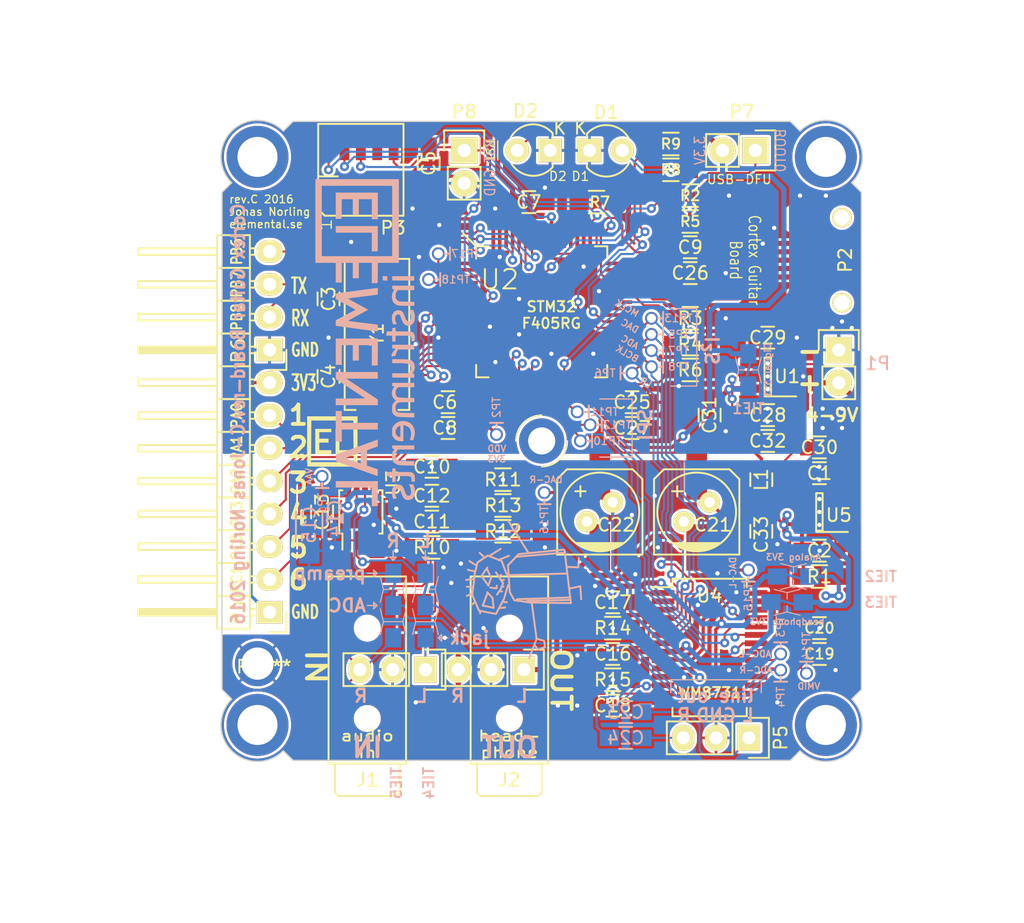
<source format=kicad_pcb>
(kicad_pcb (version 20221018) (generator pcbnew)
  (layers (0 "F.Cu" signal) (31 "B.Cu" signal) (34 "B.Paste" user) (35 "F.Paste" user) (36 "B.SilkS" user "B.Silkscreen") (37 "F.SilkS" user "F.Silkscreen") (38 "B.Mask" user) (39 "F.Mask" user) (44 "Edge.Cuts" user))
  (net 0 "")
  (net 1 "/USB_DM")
  (net 2 "/USB_DP")
  (net 3 "/PWR_5V")
  (net 4 "/audio/AOUT_L")
  (net 5 "/audio/AOUT_R")
  (net 6 "/audio/AIN_L")
  (net 7 "/audio/AIN_R")
  (net 8 "/NRST")
  (net 9 "/BOOT0")
  (net 10 "/OSCIN")
  (net 11 "/OSCOUT")
  (net 12 "/SWDIO")
  (net 13 "/SWO")
  (net 14 "/BOOT1")
  (net 15 "Net-(D1-Pad2)")
  (net 16 "Net-(D2-Pad2)")
  (net 17 "/audio/bias")
  (net 18 "/MISC4")
  (net 19 "/MISC3")
  (net 20 "/MISC2")
  (net 21 "/MISC1")
  (net 22 "/SWCLK")
  (net 23 "/LED1")
  (net 24 "/LED2")
  (net 25 "GND")
  (net 26 "/MISC5")
  (net 27 "/MISC6")
  (net 28 "/audio/DACR")
  (net 29 "/audio/DACL")
  (net 30 "/audio/ADCL")
  (net 31 "/audio/ADCR")
  (net 32 "/audio/CS")
  (net 33 "/audio/MOSI")
  (net 34 "/audio/SCLK")
  (net 35 "/audio/OPINL")
  (net 36 "/audio/OPINR")
  (net 37 "/audio/BCLK")
  (net 38 "/audio/DACDAT")
  (net 39 "/audio/ADCDAT")
  (net 40 "/audio/ADCLR")
  (net 41 "/audio/MCLK")
  (net 42 "/audio/LINEL")
  (net 43 "/audio/LINER")
  (net 44 "Net-(C23-Pad2)")
  (net 45 "Net-(C24-Pad2)")
  (net 46 "Net-(R5-Pad2)")
  (net 47 "Net-(R6-Pad2)")
  (net 48 "Net-(R7-Pad2)")
  (net 49 "VDD")
  (net 50 "VAA")
  (net 51 "HPVDD")
  (net 52 "/VCAP1")
  (net 53 "/VCAP2")
  (net 54 "/PB8")
  (net 55 "/PB7")
  (net 56 "/PB6")
  (net 57 "Net-(R3-Pad1)")
  (net 58 "Net-(TP17-Pad1)")
  (net 59 "Net-(TP18-Pad1)")
  (net 60 "/USB_ID")
  (net 61 "Net-(P3-Pad7)")
  (net 62 "Net-(P3-Pad8)")
  (net 63 "Net-(U2-Pad2)")
  (net 64 "Net-(U2-Pad10)")
  (net 65 "Net-(U2-Pad22)")
  (net 66 "Net-(U2-Pad24)")
  (net 67 "Net-(U2-Pad25)")
  (net 68 "Net-(U2-Pad26)")
  (net 69 "Net-(U2-Pad27)")
  (net 70 "Net-(U2-Pad29)")
  (net 71 "Net-(U2-Pad40)")
  (net 72 "Net-(U2-Pad41)")
  (net 73 "Net-(U2-Pad42)")
  (net 74 "Net-(U2-Pad50)")
  (net 75 "Net-(U2-Pad51)")
  (net 76 "Net-(U2-Pad53)")
  (net 77 "Net-(U2-Pad54)")
  (net 78 "Net-(U2-Pad56)")
  (net 79 "Net-(U2-Pad62)")
  (net 80 "Net-(U4-Pad2)")
  (net 81 "Net-(U4-Pad17)")
  (net 82 "Net-(U4-Pad18)")
  (net 83 "Net-(U4-Pad26)")
  (net 84 "/audio/VMID")
  (net 85 "Net-(U2-Pad11)")
  (net 86 "/APWR")
  (net 87 "/BYP1")
  (net 88 "/BYP2")
  (net 89 "/DPWR")
  (net 90 "Net-(R1-Pad2)")
  (net 91 "/audio/OPOUTL")
  (net 92 "/audio/OPOUTR")
  (footprint "Capacitors_SMD:C_0805_HandSoldering" (layer "F.Cu") (at 119.5 104 -90)
    (fp_text reference "C3")
    (fp_text value "27p")
  )
  (footprint "Capacitors_SMD:C_0805_HandSoldering" (layer "F.Cu") (at 119.5 110 90)
    (fp_text reference "C4")
    (fp_text value "27p")
  )
  (footprint "Crystals:Crystal_HC49-SD_SMD" (layer "F.Cu") (at 123.25 106.75 -90)
    (fp_text reference "Y1")
    (fp_text value "8MHz")
  )
  (footprint "Resistors_SMD:R_0805_HandSoldering" (layer "F.Cu") (at 147.5 107.5 180)
    (fp_text reference "R4")
    (fp_text value "100k")
  )
  (footprint "Resistors_SMD:R_0805_HandSoldering" (layer "F.Cu") (at 147.5 96 180)
    (fp_text reference "R2")
    (fp_text value "100k")
  )
  (footprint "Resistors_SMD:R_0805_HandSoldering" (layer "F.Cu") (at 147.5 105.5)
    (fp_text reference "R3")
    (fp_text value "100k")
  )
  (footprint "Resistors_SMD:R_0805_HandSoldering" (layer "F.Cu") (at 147.5 98 180)
    (fp_text reference "R5")
    (fp_text value "100k")
  )
  (footprint "Resistors_SMD:R_0805_HandSoldering" (layer "F.Cu") (at 147.5 109.5 180)
    (fp_text reference "R6")
    (fp_text value "100k")
  )
  (footprint "Resistors_SMD:R_0805_HandSoldering" (layer "F.Cu") (at 140.25 96.5 180)
    (fp_text reference "R7")
    (fp_text value "100k")
  )
  (footprint "Capacitors_SMD:C_0805_HandSoldering" (layer "F.Cu") (at 127.25 93.5 -90)
    (fp_text reference "C5")
    (fp_text value "100n")
  )
  (footprint "Capacitors_SMD:C_0805_HandSoldering" (layer "F.Cu") (at 128.75 112 180)
    (fp_text reference "C6")
    (fp_text value "1u")
  )
  (footprint "Capacitors_SMD:C_0805_HandSoldering" (layer "F.Cu") (at 135 96.5)
    (fp_text reference "C7")
    (fp_text value "100n")
  )
  (footprint "Capacitors_SMD:C_0805_HandSoldering" (layer "F.Cu") (at 128.75 114 180)
    (fp_text reference "C8")
    (fp_text value "100n")
  )
  (footprint "Capacitors_SMD:C_0805_HandSoldering" (layer "F.Cu") (at 147.5 100)
    (fp_text reference "C9")
    (fp_text value "100n")
  )
  (footprint "Jonas_Connectors:Pin_Header_SMT_1.27_2x5" (layer "F.Cu") (at 122 94 90)
    (fp_text reference "P3")
    (fp_text value "CONN_02X05")
  )
  (footprint "Jonas_QFP:QFP50P1200X1200-64" (layer "F.Cu") (at 136 105 -90)
    (fp_text reference "U2")
    (fp_text value "STM32F405RG" hide)
  )
  (footprint "Capacitors_SMD:C_0805_HandSoldering" (layer "F.Cu") (at 157.5 117.5 180)
    (fp_text reference "C1")
    (fp_text value "10u16V")
  )
  (footprint "Capacitors_SMD:C_0805_HandSoldering" (layer "F.Cu") (at 157.5 123.5)
    (fp_text reference "C2")
    (fp_text value "10u")
  )
  (footprint "Housings_SSOP:SSOP-28_5.3x10.2mm_Pitch0.65mm" (layer "F.Cu") (at 149 131)
    (fp_text reference "U4")
    (fp_text value "WM8731")
  )
  (footprint "Jonas_Connectors:35RASMT2BHNTRX" (layer "F.Cu") (at 122.5 136.5 90)
    (fp_text reference "J1")
    (fp_text value "JACK_TRS")
  )
  (footprint "Jonas_Connectors:35RASMT2BHNTRX" (layer "F.Cu") (at 133.5 136.5 90)
    (fp_text reference "J2")
    (fp_text value "JACK_TRS")
  )
  (footprint "Capacitors_SMD:C_0805_HandSoldering" (layer "F.Cu") (at 127.5 117)
    (fp_text reference "C10")
    (fp_text value "10u")
  )
  (footprint "Capacitors_SMD:C_0805_HandSoldering" (layer "F.Cu") (at 127.5 121.25)
    (fp_text reference "C11")
    (fp_text value "100n")
  )
  (footprint "Capacitors_SMD:C_0805_HandSoldering" (layer "F.Cu") (at 127.5 119.25)
    (fp_text reference "C12")
    (fp_text value "100n")
  )
  (footprint "Capacitors_SMD:C_0805_HandSoldering" (layer "F.Cu") (at 119 120.5 90)
    (fp_text reference "C13")
    (fp_text value "10u")
  )
  (footprint "Resistors_SMD:R_0805_HandSoldering" (layer "F.Cu") (at 127.5 123.25 180)
    (fp_text reference "R10")
    (fp_text value "100k")
  )
  (footprint "Resistors_SMD:R_0805_HandSoldering" (layer "F.Cu") (at 133 118 180)
    (fp_text reference "R11")
    (fp_text value "100k")
  )
  (footprint "Resistors_SMD:R_0805_HandSoldering" (layer "F.Cu") (at 133 122 180)
    (fp_text reference "R12")
    (fp_text value "560k")
  )
  (footprint "Resistors_SMD:R_0805_HandSoldering" (layer "F.Cu") (at 133 120)
    (fp_text reference "R13")
    (fp_text value "560k")
  )
  (footprint "Housings_SSOP:MSOP-8_3x3mm_Pitch0.65mm" (layer "F.Cu") (at 122 120.5 90)
    (fp_text reference "U3")
    (fp_text value "MCP6002")
  )
  (footprint "Capacitors_SMD:C_0805_HandSoldering" (layer "F.Cu") (at 141.5 131.5)
    (fp_text reference "C16")
    (fp_text value "10u")
  )
  (footprint "Capacitors_SMD:C_0805_HandSoldering" (layer "F.Cu") (at 141.5 127.5)
    (fp_text reference "C17")
    (fp_text value "10u")
  )
  (footprint "Pin_Headers:Pin_Header_Angled_1x08" (layer "F.Cu") (at 114.935 128.27 180)
    (fp_text reference "P4")
    (fp_text value "CONN_01X08")
  )
  (footprint "Resistors_SMD:R_0805_HandSoldering" (layer "F.Cu") (at 146 94 180)
    (fp_text reference "R8")
    (fp_text value "470")
  )
  (footprint "Resistors_SMD:R_0805_HandSoldering" (layer "F.Cu") (at 146 92 180)
    (fp_text reference "R9")
    (fp_text value "470")
  )
  (footprint "Resistors_SMD:R_0805_HandSoldering" (layer "F.Cu") (at 141.5 129.5)
    (fp_text reference "R14")
    (fp_text value "100k")
  )
  (footprint "Resistors_SMD:R_0805_HandSoldering" (layer "F.Cu") (at 141.5 133.5)
    (fp_text reference "R15")
    (fp_text value "100k")
  )
  (footprint "Capacitors_SMD:C_0805_HandSoldering" (layer "F.Cu") (at 141.5 135.5)
    (fp_text reference "C18")
    (fp_text value "10u")
  )
  (footprint "Capacitors_SMD:C_0805_HandSoldering" (layer "F.Cu") (at 157.5 131.5 180)
    (fp_text reference "C19")
    (fp_text value "10u")
  )
  (footprint "Capacitors_SMD:C_0805_HandSoldering" (layer "F.Cu") (at 157.5 129.5 180)
    (fp_text reference "C20")
    (fp_text value "10u")
  )
  (footprint "Pin_Headers:Pin_Header_Straight_1x03" (layer "F.Cu") (at 152.04 138 -90)
    (fp_text reference "P5")
    (fp_text value "CONN_01X03")
  )
  (footprint "Capacitors_SMD:C_0805_HandSoldering" (layer "F.Cu") (at 143 112)
    (fp_text reference "C25")
    (fp_text value "2.2u")
  )
  (footprint "Capacitors_SMD:C_0805_HandSoldering" (layer "F.Cu") (at 147.5 102)
    (fp_text reference "C26")
    (fp_text value "2.2u")
  )
  (footprint "Pin_Headers:Pin_Header_Straight_1x03" (layer "F.Cu") (at 127 132.715 -90)
    (fp_text reference "J11" hide)
    (fp_text value "CONN_01X03")
  )
  (footprint "Pin_Headers:Pin_Header_Straight_1x03" (layer "F.Cu") (at 134.62 132.715 -90)
    (fp_text reference "J21" hide)
    (fp_text value "CONN_01X03")
  )
  (footprint "Pin_Headers:Pin_Header_Straight_1x02" (layer "F.Cu") (at 159 107.96)
    (fp_text reference "P1")
    (fp_text value "CONN_01X02")
  )
  (footprint "Capacitors_SMD:C_0805_HandSoldering" (layer "F.Cu") (at 143 114)
    (fp_text reference "C27")
    (fp_text value "100n")
  )
  (footprint "Pin_Headers:Pin_Header_Angled_1x04" (layer "F.Cu") (at 114.935 107.95 180)
    (fp_text reference "P6")
    (fp_text value "CONN_01X04")
  )
  (footprint "Jonas_caps:c_elec_6.3x7.7" (layer "F.Cu") (at 148 120.5 90)
    (fp_text reference "C21")
    (fp_text value "220u")
  )
  (footprint "Jonas_caps:c_elec_6.3x7.7" (layer "F.Cu") (at 140.5 120.5 90)
    (fp_text reference "C22")
    (fp_text value "220u")
  )
  (footprint "Jonas_Mounting:MountingHole_2mm" (layer "F.Cu") (at 136 115)
    (fp_text reference "REF**" hide)
    (fp_text value "MountingHole_2mm" hide)
  )
  (footprint "Jonas_Mounting:MountingHole_3mm_cogs" (layer "F.Cu") (at 114 93)
    (fp_text reference "REF**" hide)
    (fp_text value "MountingHole_M3" hide)
  )
  (footprint "Jonas_Mounting:MountingHole_3mm_cogs" (layer "F.Cu") (at 158 93)
    (fp_text reference "REF**" hide)
    (fp_text value "MountingHole_M3" hide)
  )
  (footprint "Jonas_Mounting:MountingHole_3mm_cogs" (layer "F.Cu") (at 114 137)
    (fp_text reference "REF**" hide)
    (fp_text value "MountingHole_M3" hide)
  )
  (footprint "Jonas_Mounting:MountingHole_3mm_cogs" (layer "F.Cu") (at 158 137)
    (fp_text reference "REF**" hide)
    (fp_text value "MountingHole_M3" hide)
  )
  (footprint "Mounting_Holes:MountingHole_2-5mm" (layer "F.Cu") (at 114 132.25)
    (fp_text reference "REF**")
    (fp_text value "MountingHole_2-5mm")
  )
  (footprint "Footprints:LED-3MM" (layer "F.Cu") (at 139.7 92.5)
    (fp_text reference "D1")
    (fp_text value "green")
  )
  (footprint "Footprints:LED-3MM" (layer "F.Cu") (at 136.652 92.5 180)
    (fp_text reference "D2")
    (fp_text value "orange")
  )
  (footprint "Capacitors_SMD:C_0805_HandSoldering" (layer "F.Cu") (at 153.5 113 180)
    (fp_text reference "C28")
    (fp_text value "10u16V")
  )
  (footprint "Pin_Headers:Pin_Header_Straight_1x02" (layer "F.Cu") (at 152.54 92.5 -90)
    (fp_text reference "P7")
    (fp_text value "CONN_01X02")
  )
  (footprint "Pin_Headers:Pin_Header_Straight_1x02" (layer "F.Cu") (at 130 92.5)
    (fp_text reference "P8")
    (fp_text value "CONN_01X02")
  )
  (footprint "Capacitors_SMD:C_0805_HandSoldering" (layer "F.Cu") (at 149 113 -90)
    (fp_text reference "C31")
    (fp_text value "10u")
  )
  (footprint "Resistors_SMD:R_0805_HandSoldering" (layer "F.Cu") (at 157.5 125.5)
    (fp_text reference "R1")
    (fp_text value "10")
  )
  (footprint "Footprints:USB_Micro_FCI" (layer "F.Cu") (at 159.25 101 90)
    (fp_text reference "P2")
    (fp_text value "USB_OTG")
  )
  (footprint "Footprints:SOT-23-5_Handsoldering" (layer "F.Cu") (at 153.5 110 180)
    (fp_text reference "U1")
    (fp_text value "AP2210K-3.3")
  )
  (footprint "Footprints:SOT-23-5_Handsoldering" (layer "F.Cu") (at 157.5 120.5 180)
    (fp_text reference "U5")
    (fp_text value "AP2210K-3.3")
  )
  (footprint "Capacitors_SMD:C_0805" (layer "F.Cu") (at 153.5 115 180)
    (fp_text reference "C32")
    (fp_text value "DNP")
  )
  (footprint "Capacitors_SMD:C_0805" (layer "F.Cu") (at 153 122 -90)
    (fp_text reference "C33")
    (fp_text value "DNP")
  )
  (footprint "Capacitors_SMD:C_0805" (layer "F.Cu") (at 153 118 90)
    (fp_text reference "L1")
    (fp_text value "DNP")
  )
  (footprint "Capacitors_SMD:C_0805" (layer "F.Cu") (at 153.5 107)
    (fp_text reference "C29")
    (fp_text value "DNP")
  )
  (footprint "Capacitors_SMD:C_0805" (layer "F.Cu") (at 157.5 115.5)
    (fp_text reference "C30")
    (fp_text value "DNP")
  )
  (footprint "elemental:elemental-4mm" (layer "F.Cu") (at 119.75 115)
    (fp_text reference "G***" hide)
    (fp_text value "LOGO" hide)
  )
  (footprint "Capacitors_SMD:C_0603_HandSoldering" (layer "B.Cu") (at 120 121 90)
    (fp_text reference "C14")
    (fp_text value "DNP")
  )
  (footprint "Capacitors_SMD:C_1206_HandSoldering" (layer "B.Cu") (at 118 121.5 90)
    (fp_text reference "C15")
    (fp_text value "DNP")
  )
  (footprint "Capacitors_SMD:C_0805_HandSoldering" (layer "B.Cu") (at 142.5 136)
    (fp_text reference "C23")
    (fp_text value "DNP")
  )
  (footprint "Capacitors_SMD:C_0805_HandSoldering" (layer "B.Cu") (at 142.5 138)
    (fp_text reference "C24")
    (fp_text value "DNP")
  )
  (footprint "Jonas_Connectors:TP_0.7mm" (layer "B.Cu") (at 119 117.75 -90)
    (fp_text reference "TP1")
    (fp_text value "TST" hide)
  )
  (footprint "Jonas_Connectors:TP_0.7mm" (layer "B.Cu") (at 144.5 106.75)
    (fp_text reference "TP5")
    (fp_text value "TST" hide)
  )
  (footprint "Jonas_Connectors:TP_0.7mm" (layer "B.Cu") (at 143 109.75 180)
    (fp_text reference "TP6")
    (fp_text value "TST" hide)
  )
  (footprint "Jonas_Connectors:TP_0.7mm" (layer "B.Cu") (at 144.5 108)
    (fp_text reference "TP7")
    (fp_text value "TST" hide)
  )
  (footprint "Jonas_Connectors:TP_0.7mm" (layer "B.Cu") (at 144.5 109.25)
    (fp_text reference "TP8")
    (fp_text value "TST" hide)
  )
  (footprint "Jonas_Connectors:TP_0.7mm" (layer "B.Cu") (at 132.5 114.5 90)
    (fp_text reference "TP2")
    (fp_text value "TST" hide)
  )
  (footprint "Jonas_Connectors:TP_0.7mm" (layer "B.Cu") (at 154.5 131.5 90)
    (fp_text reference "TP3")
    (fp_text value "TST" hide)
  )
  (footprint "Jonas_Connectors:TP_0.7mm" (layer "B.Cu") (at 154.5 132.75 -90)
    (fp_text reference "TP4")
    (fp_text value "TST" hide)
  )
  (footprint "Jonas_Connectors:TP_0.7mm" (layer "B.Cu") (at 139 115)
    (fp_text reference "TP10")
    (fp_text value "TST" hide)
  )
  (footprint "Jonas_Connectors:TP_0.7mm" (layer "B.Cu") (at 138.75 112.75)
    (fp_text reference "TP11")
    (fp_text value "TST" hide)
  )
  (footprint "Jonas_Connectors:TP_0.7mm" (layer "B.Cu") (at 139.75 113.75)
    (fp_text reference "TP12")
    (fp_text value "TST" hide)
  )
  (footprint "Jonas_Connectors:TP_0.7mm" (layer "B.Cu") (at 144.5 105.5)
    (fp_text reference "TP13")
    (fp_text value "TST" hide)
  )
  (footprint "Jonas_Connectors:TP_0.7mm" (layer "B.Cu") (at 156.5 133 90)
    (fp_text reference "TP14")
    (fp_text value "TST" hide)
  )
  (footprint "Jonas_Connectors:TP_0.7mm" (layer "B.Cu") (at 152 125 -90)
    (fp_text reference "TP15")
    (fp_text value "TST" hide)
  )
  (footprint "Jonas_Connectors:TP_0.7mm" (layer "B.Cu") (at 136.2 119 -90)
    (fp_text reference "TP16")
    (fp_text value "TST" hide)
  )
  (footprint "Jonas_Connectors:TP_0.7mm" (layer "B.Cu") (at 128 100.5)
    (fp_text reference "TP17")
    (fp_text value "TST" hide)
  )
  (footprint "Jonas_Connectors:TP_0.7mm" (layer "B.Cu") (at 127.25 102.5)
    (fp_text reference "TP18")
    (fp_text value "TST" hide)
  )
  (footprint "Jonas_Connectors:net_tie_0805" (layer "B.Cu") (at 152 109.5 -90)
    (fp_text reference "TIE1")
    (fp_text value "V_D")
  )
  (footprint "Jonas_Connectors:net_tie_0805" (layer "B.Cu") (at 155.5 125.5)
    (fp_text reference "TIE2")
    (fp_text value "V_A")
  )
  (footprint "Jonas_Connectors:net_tie_0805" (layer "B.Cu") (at 155 127.5)
    (fp_text reference "TIE3")
    (fp_text value "V_HP")
  )
  (footprint "elemental:elemental-25.4mm" (layer "B.Cu") (at 122.5 107.25 -90)
    (fp_text reference "G***" hide)
    (fp_text value "LOGO" hide)
  )
  (footprint "elemental:elemental-4mm-mask" (layer "B.Cu") (at 150.5 99.75 -90)
    (fp_text reference "G***" hide)
    (fp_text value "LOGO" hide)
  )
  (footprint "Footprints:OSHW_4mm_mask" (layer "B.Cu") (at 146.5 99.75 -90)
    (fp_text reference "REF**" hide)
    (fp_text value "OSHW" hide)
  )
  (footprint "Jonas_Gnomes:gnome1" (layer "B.Cu") (at 136 125.5 -90)
    (fp_text reference "REF**" hide)
    (fp_text value "gnome1" hide)
  )
  (footprint "Jonas_Connectors:net_tie_3_0805" (layer "B.Cu") (at 127 125.25 -90)
    (fp_text reference "TIE4")
    (fp_text value "CONN_01X03")
  )
  (footprint "Jonas_Connectors:net_tie_3_0805" (layer "B.Cu") (at 124.5 125.25 -90)
    (fp_text reference "TIE5")
    (fp_text value "CONN_01X03")
  )
  (gr_line (start 124.75 124) (end 124.5 124.25) (stroke (width 0.1)) (layer "B.SilkS"))
  (gr_line (start 122.5 127.75) (end 123.25 127.75) (stroke (width 0.1)) (layer "B.SilkS"))
  (gr_line (start 127 124.25) (end 126.75 124) (stroke (width 0.1)) (layer "B.SilkS"))
  (gr_line (start 123 125) (end 123 125.5) (stroke (width 0.1)) (layer "B.SilkS"))
  (gr_line (start 123.25 127.75) (end 123 127.5) (stroke (width 0.1)) (layer "B.SilkS"))
  (gr_line (start 127.25 124) (end 127 124.25) (stroke (width 0.1)) (layer "B.SilkS"))
  (gr_line (start 124.5 123.5) (end 124.5 124.25) (stroke (width 0.1)) (layer "B.SilkS"))
  (gr_line (start 122.5 125.25) (end 123.25 125.25) (stroke (width 0.1)) (layer "B.SilkS"))
  (gr_line (start 124.25 124) (end 124.75 124) (stroke (width 0.1)) (layer "B.SilkS"))
  (gr_line (start 126.75 124) (end 127.25 124) (stroke (width 0.1)) (layer "B.SilkS"))
  (gr_line (start 128.25 130.5) (end 128 130.25) (stroke (width 0.1)) (layer "B.SilkS"))
  (gr_line (start 128.75 130.25) (end 128 130.25) (stroke (width 0.1)) (layer "B.SilkS"))
  (gr_line (start 128.25 130) (end 128.25 130.5) (stroke (width 0.1)) (layer "B.SilkS"))
  (gr_line (start 148 110.75) (end 148 104.75) (stroke (width 0.1)) (layer "B.SilkS"))
  (gr_line (start 123 128) (end 123.25 127.75) (stroke (width 0.1)) (layer "B.SilkS"))
  (gr_line (start 146 134.5) (end 146 133.5) (stroke (width 0.1)) (layer "B.SilkS"))
  (gr_line (start 146 133.5) (end 153 133.5) (stroke (width 0.1)) (layer "B.SilkS"))
  (gr_line (start 123.25 125.25) (end 123 125) (stroke (width 0.1)) (layer "B.SilkS"))
  (gr_line (start 140.5 111.75) (end 143 111.75) (stroke (width 0.1)) (layer "B.SilkS"))
  (gr_line (start 143 116.25) (end 140.5 116.25) (stroke (width 0.1)) (layer "B.SilkS"))
  (gr_line (start 127 123.5) (end 127 124.25) (stroke (width 0.1)) (layer "B.SilkS"))
  (gr_line (start 123 127.5) (end 123 128) (stroke (width 0.1)) (layer "B.SilkS"))
  (gr_line (start 124.5 124.25) (end 124.25 124) (stroke (width 0.1)) (layer "B.SilkS"))
  (gr_line (start 148 104.75) (end 146 104.75) (stroke (width 0.1)) (layer "B.SilkS"))
  (gr_line (start 128 130.25) (end 128.25 130) (stroke (width 0.1)) (layer "B.SilkS"))
  (gr_line (start 148 110.75) (end 146 110.75) (stroke (width 0.1)) (layer "B.SilkS"))
  (gr_line (start 123 125.5) (end 123.25 125.25) (stroke (width 0.1)) (layer "B.SilkS"))
  (gr_line (start 153 133.5) (end 153 134.5) (stroke (width 0.1)) (layer "B.SilkS"))
  (gr_line (start 131.25 91.5) (end 131.25 93.5) (stroke (width 0.1)) (layer "B.SilkS"))
  (gr_line (start 143 111.75) (end 143 116.25) (stroke (width 0.1)) (layer "B.SilkS"))
  (gr_arc (start 134 115) (mid 134.585786 113.585786) (end 136 113) (stroke (width 0.1)) (layer "F.SilkS"))
  (gr_arc (start 138 115) (mid 137.414214 116.414214) (end 136 117) (stroke (width 0.1)) (layer "F.SilkS"))
  (gr_line (start 132.6 93.25) (end 132.6 91.75) (stroke (width 0.1)) (layer "F.SilkS"))
  (gr_line (start 160.75 134.25) (end 160 135) (stroke (width 0.1)) (layer "Edge.Cuts"))
  (gr_line (start 156 91) (end 155.25 90.25) (stroke (width 0.1)) (layer "Edge.Cuts"))
  (gr_line (start 116.75 90.25) (end 155.25 90.25) (stroke (width 0.1)) (layer "Edge.Cuts"))
  (gr_line (start 160.75 134.25) (end 160.75 95.75) (stroke (width 0.1)) (layer "Edge.Cuts"))
  (gr_line (start 160 95) (end 160.75 95.75) (stroke (width 0.1)) (layer "Edge.Cuts"))
  (gr_arc (start 112 95) (mid 112 91) (end 116 91) (stroke (width 0.1)) (layer "Edge.Cuts"))
  (gr_line (start 111.25 95.75) (end 112 95) (stroke (width 0.1)) (layer "Edge.Cuts"))
  (gr_line (start 155.25 139.75) (end 156 139) (stroke (width 0.1)) (layer "Edge.Cuts"))
  (gr_line (start 116.75 139.75) (end 116 139) (stroke (width 0.1)) (layer "Edge.Cuts"))
  (gr_arc (start 160 135) (mid 160 139) (end 156 139) (stroke (width 0.1)) (layer "Edge.Cuts"))
  (gr_line (start 111.25 134.25) (end 112 135) (stroke (width 0.1)) (layer "Edge.Cuts"))
  (gr_arc (start 116 139) (mid 112 139) (end 112 135) (stroke (width 0.1)) (layer "Edge.Cuts"))
  (gr_line (start 111.25 95.75) (end 111.25 134.25) (stroke (width 0.1)) (layer "Edge.Cuts"))
  (gr_line (start 116.75 139.75) (end 155.25 139.75) (stroke (width 0.1)) (layer "Edge.Cuts"))
  (gr_arc (start 156 91) (mid 160 91) (end 160 95) (stroke (width 0.1)) (layer "Edge.Cuts"))
  (gr_line (start 116.75 90.25) (end 116 91) (stroke (width 0.1)) (layer "Edge.Cuts"))
  (gr_text "L" (at 152 136.25) (layer "B.SilkS") (effects (font (size 1 1) (thickness 0.2)) (justify mirror)))
  (gr_text "L" (at 126.75 134.75) (layer "B.SilkS") (effects (font (size 1 1) (thickness 0.2)) (justify mirror)))
  (gr_text "R" (at 122 134.75) (layer "B.SilkS") (effects (font (size 1 1) (thickness 0.2)) (justify mirror)))
  (gr_text "L" (at 134.5 134.75) (layer "B.SilkS") (effects (font (size 1 1) (thickness 0.2)) (justify mirror)))
  (gr_text "R" (at 129.5 134.75) (layer "B.SilkS") (effects (font (size 1 1) (thickness 0.2)) (justify mirror)))
  (gr_text "DAC" (at 143.5 106.5 330) (layer "B.SilkS") (effects (font (size 0.5 0.5) (thickness 0.1)) (justify left mirror)))
  (gr_text "ADC" (at 143.5 107.75 330) (layer "B.SilkS") (effects (font (size 0.5 0.5) (thickness 0.1)) (justify left mirror)))
  (gr_text "BCLK" (at 143.5 108.75 330) (layer "B.SilkS") (effects (font (size 0.5 0.5) (thickness 0.1)) (justify left mirror)))
  (gr_text "LR" (at 144.5 110.75 330) (layer "B.SilkS") (effects (font (size 0.5 0.5) (thickness 0.1)) (justify left mirror)))
  (gr_text "SPI" (at 144 113.75 90) (layer "B.SilkS") (effects (font (size 1 1) (thickness 0.2)) (justify mirror)))
  (gr_text "VDD\n3V3" (at 131.75 116) (layer "B.SilkS") (effects (font (size 0.5 0.5) (thickness 0.1)) (justify right mirror)))
  (gr_text "BOOT0" (at 154.5 92.5 90) (layer "B.SilkS") (effects (font (size 0.8 0.7) (thickness 0.1)) (justify mirror)))
  (gr_text "DAC-R" (at 135 118) (layer "B.SilkS") (effects (font (size 0.5 0.5) (thickness 0.1)) (justify right mirror)))
  (gr_text "DAC-L" (at 150.8 126.5 90) (layer "B.SilkS") (effects (font (size 0.5 0.5) (thickness 0.1)) (justify right mirror)))
  (gr_text "VAA" (at 118 117.75 90) (layer "B.SilkS") (effects (font (size 0.5 0.5) (thickness 0.1)) (justify mirror)))
  (gr_text "headphone 3V3" (at 155 129) (layer "B.SilkS") (effects (font (size 0.5 0.5) (thickness 0.1)) (justify mirror)))
  (gr_text "ADC-L" (at 151.25 131.5) (layer "B.SilkS") (effects (font (size 0.5 0.5) (thickness 0.1)) (justify right mirror)))
  (gr_text "ADC-R" (at 151.25 132.75) (layer "B.SilkS") (effects (font (size 0.5 0.5) (thickness 0.1)) (justify right mirror)))
  (gr_text "VMID" (at 155.75 134) (layer "B.SilkS") (effects (font (size 0.5 0.5) (thickness 0.1)) (justify right mirror)))
  (gr_text "Analog 3V3" (at 155.5 124) (layer "B.SilkS") (effects (font (size 0.5 0.5) (thickness 0.1)) (justify mirror)))
  (gr_text "Digital 3V3" (at 153.5 109.5 90) (layer "B.SilkS") (effects (font (size 0.5 0.5) (thickness 0.1)) (justify mirror)))
  (gr_text "GND" (at 132 95 90) (layer "B.SilkS") (effects (font (size 0.8 0.7) (thickness 0.1)) (justify mirror)))
  (gr_text "RST" (at 132 92.5 90) (layer "B.SilkS") (effects (font (size 0.8 0.7) (thickness 0.1)) (justify mirror)))
  (gr_text "R" (at 124.5 122.75) (layer "B.SilkS") (effects (font (size 1 1) (thickness 0.2)) (justify mirror)))
  (gr_text "preamp" (at 122.5 125.25) (layer "B.SilkS") (effects (font (size 1 1) (thickness 0.2)) (justify left mirror)))
  (gr_text "ADC" (at 122.5 127.75) (layer "B.SilkS") (effects (font (size 1 1) (thickness 0.2)) (justify left mirror)))
  (gr_text "jack" (at 128.75 130.25) (layer "B.SilkS") (effects (font (size 1 1) (thickness 0.2)) (justify right mirror)))
  (gr_text "R" (at 147 136.25) (layer "B.SilkS") (effects (font (size 1 1) (thickness 0.2)) (justify mirror)))
  (gr_text "Cortex Guitar Board—rev.C-Jonas Norling 2016" (at 112.5 96.5 90) (layer "B.SilkS") (effects (font (size 1 0.9) (thickness 0.2)) (justify left mirror)))
  (gr_text "OUT" (at 133.5 138.75) (layer "B.SilkS") (effects (font (size 1.5 1.5) (thickness 0.3)) (justify mirror)))
  (gr_text "L" (at 127 122.75) (layer "B.SilkS") (effects (font (size 1 1) (thickness 0.2)) (justify mirror)))
  (gr_text "I²S" (at 149.25 108 90) (layer "B.SilkS") (effects (font (size 1 1) (thickness 0.2)) (justify mirror)))
  (gr_text "IN" (at 122.5 138.75) (layer "B.SilkS") (effects (font (size 1.5 1.5) (thickness 0.3)) (justify mirror)))
  (gr_text "3.3V" (at 148.25 92.5 90) (layer "B.SilkS") (effects (font (size 0.8 0.7) (thickness 0.1)) (justify mirror)))
  (gr_text "GND" (at 149.5 136.25) (layer "B.SilkS") (effects (font (size 1 1) (thickness 0.2)) (justify mirror)))
  (gr_text "MCLK" (at 143.5 105.25 330) (layer "B.SilkS") (effects (font (size 0.5 0.5) (thickness 0.1)) (justify left mirror)))
  (gr_text "line out" (at 149.5 134.75) (layer "B.SilkS") (effects (font (size 1 1) (thickness 0.2)) (justify mirror)))
  (gr_text "GND" (at 116.5 107.95) (layer "F.SilkS") (effects (font (size 1 0.7) (thickness 0.175)) (justify left)))
  (gr_text "RX" (at 116.5 105.5) (layer "F.SilkS") (effects (font (size 1.2 0.7) (thickness 0.175)) (justify left)))
  (gr_text "TX" (at 116.5 103) (layer "F.SilkS") (effects (font (size 1.2 0.7) (thickness 0.175)) (justify left)))
  (gr_text "head-\nphone" (at 133.5 138.5) (layer "F.SilkS") (effects (font (size 0.8 1))))
  (gr_text "RST" (at 132 92.5 270) (layer "F.SilkS") (effects (font (size 0.6 0.6) (thickness 0.1))))
  (gr_text "WM8731" (at 149 134.5) (layer "F.SilkS") (effects (font (size 0.8 0.8))))
  (gr_text "OUT" (at 137.5 133.5 270) (layer "F.SilkS") (effects (font (size 1.5 1.7) (thickness 0.3))))
  (gr_text "D2" (at 137.25 94.5) (layer "F.SilkS") (effects (font (size 0.7 0.7) (thickness 0.1))))
  (gr_text "D1" (at 139 94.5) (layer "F.SilkS") (effects (font (size 0.7 0.7) (thickness 0.1))))
  (gr_text "PA1" (at 112.395 115.57 90) (layer "F.SilkS") (effects (font (size 0.8 0.7))))
  (gr_text "PA2" (at 112.395 118.11 90) (layer "F.SilkS") (effects (font (size 0.8 0.7))))
  (gr_text "PA3" (at 112.395 120.65 90) (layer "F.SilkS") (effects (font (size 0.8 0.7))))
  (gr_text "PC0" (at 112.395 123.19 90) (layer "F.SilkS") (effects (font (size 0.8 0.7))))
  (gr_text "PC1" (at 112.395 125.73 90) (layer "F.SilkS") (effects (font (size 0.8 0.7))))
  (gr_text "PB6" (at 112.395 100.33 90) (layer "F.SilkS") (effects (font (size 0.8 0.7))))
  (gr_text "PB7" (at 112.395 102.87 90) (layer "F.SilkS") (effects (font (size 0.8 0.7))))
  (gr_text "PB8" (at 112.395 105.41 90) (layer "F.SilkS") (effects (font (size 0.8 0.7))))
  (gr_text "6" (at 116.25 125.75) (layer "F.SilkS") (effects (font (size 1.5 1.5) (thickness 0.3)) (justify left)))
  (gr_text "2" (at 116.25 115.5) (layer "F.SilkS") (effects (font (size 1.5 1.5) (thickness 0.3)) (justify left)))
  (gr_text "-" (at 156.75 108) (layer "F.SilkS") (effects (font (size 1.5 1.5) (thickness 0.3))))
  (gr_text "audio\nin" (at 122.5 138.5) (layer "F.SilkS") (effects (font (size 0.8 1))))
  (gr_text "1" (at 119.25 98.25 90) (layer "F.SilkS") (effects (font (size 1 1) (thickness 0.1))))
  (gr_text "1" (at 116.25 113) (layer "F.SilkS") (effects (font (size 1.5 1.5) (thickness 0.3)) (justify left)))
  (gr_text "+" (at 156.75 110.5) (layer "F.SilkS") (effects (font (size 1.5 1.5) (thickness 0.3))))
  (gr_text "GND" (at 116.5 128.25) (layer "F.SilkS") (effects (font (size 1 0.7) (thickness 0.175)) (justify left)))
  (gr_text "4-9V" (at 158.5 113) (layer "F.SilkS") (effects (font (size 1 1) (thickness 0.2))))
  (gr_text "3" (at 116.25 118.25) (layer "F.SilkS") (effects (font (size 1.5 1.5) (thickness 0.3)) (justify left)))
  (gr_text "4" (at 116.25 120.75) (layer "F.SilkS") (effects (font (size 1.5 1.5) (thickness 0.3)) (justify left)))
  (gr_text "Cortex Guitar\nBoard" (at 151.75 101 270) (layer "F.SilkS") (effects (font (size 0.9 0.7) (thickness 0.1))))
  (gr_text "USB-DFU" (at 151.3 94.75) (layer "F.SilkS") (effects (font (size 0.7 0.7) (thickness 0.1))))
  (gr_text "IN" (at 118.5 132.5 270) (layer "F.SilkS") (effects (font (size 1.5 1.7) (thickness 0.3))))
  (gr_text "rev.C 2016\nJonas Norling\nelemental.se" (at 111.75 97.25) (layer "F.SilkS") (effects (font (size 0.6 0.6) (thickness 0.1)) (justify left)))
  (gr_text "PA0" (at 112.395 113.03 90) (layer "F.SilkS") (effects (font (size 0.8 0.7))))
  (gr_text "3V3" (at 116.5 110.5) (layer "F.SilkS") (effects (font (size 1.2 0.7) (thickness 0.175)) (justify left)))
  (gr_text "STM32\nF405RG" (at 136.75 105.25) (layer "F.SilkS") (effects (font (size 0.8 0.8))))
  (gr_text "5" (at 116.25 123.25) (layer "F.SilkS") (effects (font (size 1.5 1.5) (thickness 0.3)) (justify left)))
  (segment (start 143.914963 103.25) (end 143.295 103.25) (width 0.3) (layer "F.Cu") (net 1))
  (segment (start 143.295 103.25) (end 141.97 103.25) (width 0.3) (layer "F.Cu") (net 1))
  (segment (start 144.637324 103.972362) (end 143.914963 103.25) (width 0.3) (layer "F.Cu") (net 1))
  (segment (start 155.57462 101.65024) (end 155.523559 101.599179) (width 0.3) (layer "F.Cu") (net 1))
  (segment (start 151.136133 103.972362) (end 144.637324 103.972362) (width 0.3) (layer "F.Cu") (net 1))
  (segment (start 153.509316 101.599179) (end 151.136133 103.972362) (width 0.3) (layer "F.Cu") (net 1))
  (segment (start 155.523559 101.599179) (end 153.509316 101.599179) (width 0.3) (layer "F.Cu") (net 1))
  (segment (start 144.065515 102.75) (end 143.295 102.75) (width 0.3) (layer "F.Cu") (net 2))
  (segment (start 143.295 102.75) (end 141.97 102.75) (width 0.3) (layer "F.Cu") (net 2))
  (segment (start 144.827866 103.512351) (end 144.065515 102.75) (width 0.3) (layer "F.Cu") (net 2))
  (segment (start 155.57462 101) (end 155.521599 101.053021) (width 0.3) (layer "F.Cu") (net 2))
  (segment (start 153.404922 101.053021) (end 150.945592 103.512351) (width 0.3) (layer "F.Cu") (net 2))
  (segment (start 150.945592 103.512351) (end 144.827866 103.512351) (width 0.3) (layer "F.Cu") (net 2))
  (segment (start 155.521599 101.053021) (end 153.404922 101.053021) (width 0.3) (layer "F.Cu") (net 2))
  (segment (start 154.85 110.95) (end 156.5 110.95) (width 0.4) (layer "F.Cu") (net 3))
  (segment (start 156 113) (end 154.75 113) (width 0.4) (layer "F.Cu") (net 3))
  (segment (start 160.25 111.75) (end 160.25 117.5) (width 0.4) (layer "F.Cu") (net 3))
  (segment (start 154.85 109.05) (end 157.45 109.05) (width 0.16) (layer "F.Cu") (net 3))
  (segment (start 156.5 112.5) (end 156 113) (width 0.4) (layer "F.Cu") (net 3))
  (segment (start 156.5 110.95) (end 156.5 112.5) (width 0.4) (layer "F.Cu") (net 3))
  (segment (start 155.57462 102.30048) (end 157.64848 102.30048) (width 0.4) (layer "F.Cu") (net 3))
  (segment (start 160.2 119.55) (end 160.25 119.5) (width 0.16) (layer "F.Cu") (net 3))
  (segment (start 160.25 119.5) (end 160.25 121.23) (width 0.4) (layer "F.Cu") (net 3))
  (segment (start 157.940039 105.559961) (end 157.5 106) (width 0.4) (layer "F.Cu") (net 3))
  (segment (start 157.64848 102.30048) (end 157.940039 102.592039) (width 0.4) (layer "F.Cu") (net 3))
  (segment (start 157.05 110.95) (end 157.5 110.5) (width 0.4) (layer "F.Cu") (net 3))
  (segment (start 159 110.5) (end 157.5 110.5) (width 0.4) (layer "F.Cu") (net 3))
  (segment (start 159 110.5) (end 160.25 111.75) (width 0.4) (layer "F.Cu") (net 3))
  (segment (start 160.25 121.23) (end 160.03 121.45) (width 0.4) (layer "F.Cu") (net 3))
  (segment (start 160.03 121.45) (end 158.85 121.45) (width 0.4) (layer "F.Cu") (net 3))
  (segment (start 158.85 119.55) (end 160.2 119.55) (width 0.16) (layer "F.Cu") (net 3))
  (segment (start 157.940039 102.592039) (end 157.940039 105.559961) (width 0.4) (layer "F.Cu") (net 3))
  (segment (start 160.25 117.5) (end 160.25 119.5) (width 0.4) (layer "F.Cu") (net 3))
  (segment (start 159 110.5) (end 160.015999 111.515999) (width 0.4) (layer "F.Cu") (net 3))
  (segment (start 157.45 109.05) (end 157.5 109) (width 0.4) (layer "F.Cu") (net 3))
  (segment (start 155.57462 102.30048) (end 154.10015 102.30048) (width 0.4) (layer "F.Cu") (net 3))
  (segment (start 156.5 110.95) (end 157.05 110.95) (width 0.4) (layer "F.Cu") (net 3))
  (segment (start 157.5 106) (end 157.5 109) (width 0.4) (layer "F.Cu") (net 3))
  (segment (start 160.25 117.5) (end 158.75 117.5) (width 0.4) (layer "F.Cu") (net 3))
  (segment (start 157.5 109) (end 157.5 110.5) (width 0.4) (layer "F.Cu") (net 3))
  (segment (start 144.596602 122.403398) (end 141.589589 125.410411) (width 0.4) (layer "F.Cu") (net 4))
  (segment (start 148 123.25082) (end 146.7999 123.25082) (width 0.4) (layer "F.Cu") (net 4))
  (segment (start 145.952478 122.403398) (end 144.596602 122.403398) (width 0.4) (layer "F.Cu") (net 4))
  (segment (start 137.175 130.15) (end 137.175 128.3) (width 0.4) (layer "F.Cu") (net 4))
  (segment (start 134.62 132.715) (end 135.8836 132.715) (width 0.4) (layer "F.Cu") (net 4))
  (segment (start 137.175 128.125) (end 137.175 128.3) (width 0.4) (layer "F.Cu") (net 4))
  (segment (start 141.589589 125.410411) (end 139.889589 125.410411) (width 0.4) (layer "F.Cu") (net 4))
  (segment (start 140.15 129.5) (end 138.375 129.5) (width 0.4) (layer "F.Cu") (net 4))
  (segment (start 139.889589 125.410411) (end 137.175 128.125) (width 0.4) (layer "F.Cu") (net 4))
  (segment (start 148 122.25) (end 147 121.25) (width 0.4) (layer "F.Cu") (net 4))
  (segment (start 138.375 129.5) (end 137.175 128.3) (width 0.4) (layer "F.Cu") (net 4))
  (segment (start 146.7999 123.25082) (end 145.952478 122.403398) (width 0.4) (layer "F.Cu") (net 4))
  (segment (start 148 123.25082) (end 148 122.25) (width 0.4) (layer "F.Cu") (net 4))
  (segment (start 135.8836 132.715) (end 137.175 131.4236) (width 0.4) (layer "F.Cu") (net 4))
  (segment (start 137.175 131.4236) (end 137.175 130.15) (width 0.4) (layer "F.Cu") (net 4))
  (segment (start 140.5 123.25082) (end 138.081603 125.669217) (width 0.4) (layer "F.Cu") (net 5))
  (segment (start 133.603056 125.669217) (end 129.54 129.732273) (width 0.4) (layer "F.Cu") (net 5))
  (segment (start 137.225881 133.5) (end 135.928493 134.797388) (width 0.4) (layer "F.Cu") (net 5))
  (segment (start 140.5 123.25082) (end 140.5 122.25) (width 0.4) (layer "F.Cu") (net 5))
  (segment (start 129.54 135.415) (end 129.825 135.7) (width 0.4) (layer "F.Cu") (net 5))
  (segment (start 140.5 122.25) (end 139.5 121.25) (width 0.4) (layer "F.Cu") (net 5))
  (segment (start 129.54 132.715) (end 129.54 135.415) (width 0.4) (layer "F.Cu") (net 5))
  (segment (start 138.081603 125.669217) (end 133.603056 125.669217) (width 0.4) (layer "F.Cu") (net 5))
  (segment (start 135.928493 134.797388) (end 132.496367 134.797388) (width 0.4) (layer "F.Cu") (net 5))
  (segment (start 132.496367 134.797388) (end 131.593755 135.7) (width 0.4) (layer "F.Cu") (net 5))
  (segment (start 140.15 133.5) (end 137.225881 133.5) (width 0.4) (layer "F.Cu") (net 5))
  (segment (start 129.54 129.732273) (end 129.54 132.715) (width 0.4) (layer "F.Cu") (net 5))
  (segment (start 131.593755 135.7) (end 129.825 135.7) (width 0.4) (layer "F.Cu") (net 5))
  (segment (start 127.61 128.3) (end 126.175 128.3) (width 0.16) (layer "F.Cu") (net 6))
  (segment (start 127.75 128.16) (end 127.61 128.3) (width 0.16) (layer "F.Cu") (net 6))
  (segment (start 128.75 121.25) (end 128.625 121.25) (width 0.16) (layer "F.Cu") (net 6))
  (segment (start 127.75 122.125) (end 127.75 128.16) (width 0.16) (layer "F.Cu") (net 6))
  (segment (start 128.625 121.25) (end 127.75 122.125) (width 0.16) (layer "F.Cu") (net 6))
  (segment (start 127 129.125) (end 126.175 128.3) (width 0.16) (layer "F.Cu") (net 6))
  (segment (start 127 132.715) (end 127 129.125) (width 0.16) (layer "F.Cu") (net 6))
  (segment (start 127 131.16) (end 127 132.715) (width 0.16) (layer "B.Cu") (net 6))
  (segment (start 127 130.25) (end 127 131.16) (width 0.16) (layer "B.Cu") (net 6))
  (segment (start 126.75 126.25) (end 123.867106 126.25) (width 0.16) (layer "F.Cu") (net 7))
  (segment (start 120.8964 131.539) (end 121.92 132.5626) (width 0.16) (layer "F.Cu") (net 7))
  (segment (start 121.92 132.715) (end 121.92 132.8674) (width 0.16) (layer "F.Cu") (net 7))
  (segment (start 128.75 119.25) (end 128.75 119.442998) (width 0.16) (layer "F.Cu") (net 7))
  (segment (start 127.4 125.6) (end 126.75 126.25) (width 0.16) (layer "F.Cu") (net 7))
  (segment (start 120.8964 129.220706) (end 120.8964 131.539) (width 0.16) (layer "F.Cu") (net 7))
  (segment (start 127.4 120.792998) (end 127.4 125.6) (width 0.16) (layer "F.Cu") (net 7))
  (segment (start 123.867106 126.25) (end 120.8964 129.220706) (width 0.16) (layer "F.Cu") (net 7))
  (segment (start 121.92 132.8674) (end 119.0874 135.7) (width 0.16) (layer "F.Cu") (net 7))
  (segment (start 121.92 132.5626) (end 121.92 132.715) (width 0.16) (layer "F.Cu") (net 7))
  (segment (start 128.75 119.442998) (end 127.4 120.792998) (width 0.16) (layer "F.Cu") (net 7))
  (segment (start 119.0874 135.7) (end 118.825 135.7) (width 0.16) (layer "F.Cu") (net 7))
  (segment (start 124.5 130.25) (end 124.5 130.375) (width 0.16) (layer "B.Cu") (net 7))
  (segment (start 124.5 130.375) (end 122.16 132.715) (width 0.16) (layer "B.Cu") (net 7))
  (segment (start 122.16 132.715) (end 121.92 132.715) (width 0.16) (layer "B.Cu") (net 7))
  (segment (start 130.03 104.25) (end 131.75 104.25) (width 0.16) (layer "F.Cu") (net 8))
  (segment (start 131.5 92.5) (end 132 93) (width 0.16) (layer "F.Cu") (net 8))
  (segment (start 127.25 92.375) (end 127.25 92.25) (width 0.16) (layer "F.Cu") (net 8))
  (segment (start 124.93 93.8) (end 125.825 93.8) (width 0.16) (layer "F.Cu") (net 8))
  (segment (start 124.54 93.41) (end 124.93 93.8) (width 0.16) (layer "F.Cu") (net 8))
  (segment (start 132 95.75) (end 130.75 97) (width 0.16) (layer "F.Cu") (net 8))
  (segment (start 125.825 93.8) (end 127.25 92.375) (width 0.16) (layer "F.Cu") (net 8))
  (segment (start 130 92.5) (end 131.5 92.5) (width 0.16) (layer "F.Cu") (net 8))
  (segment (start 129.75 92.25) (end 130 92.5) (width 0.16) (layer "F.Cu") (net 8))
  (segment (start 127.25 92.25) (end 129.75 92.25) (width 0.16) (layer "F.Cu") (net 8))
  (segment (start 131.75 104.25) (end 132.25 103.75) (width 0.16) (layer "F.Cu") (net 8))
  (segment (start 124.54 92.05) (end 124.54 93.41) (width 0.16) (layer "F.Cu") (net 8))
  (segment (start 132 93) (end 132 95.75) (width 0.16) (layer "F.Cu") (net 8))
  (via (at 132.25 103.75) (size 0.7) (drill 0.3302) (layers "F.Cu" "B.Cu") (net 8))
  (via (at 130.75 97) (size 0.7) (drill 0.3302) (layers "F.Cu" "B.Cu") (net 8))
  (segment (start 132.25 103.75) (end 130.043161 101.543161) (width 0.16) (layer "B.Cu") (net 8))
  (segment (start 130.043161 98.25) (end 130.043161 98) (width 0.16) (layer "B.Cu") (net 8))
  (segment (start 130.043161 101.543161) (end 130.043161 98.25) (width 0.16) (layer "B.Cu") (net 8))
  (segment (start 130.043161 98.25) (end 130.043161 97.706839) (width 0.16) (layer "B.Cu") (net 8))
  (segment (start 130.043161 97.706839) (end 130.75 97) (width 0.16) (layer "B.Cu") (net 8))
  (segment (start 152.04 94.25) (end 152.54 93.75) (width 0.16) (layer "F.Cu") (net 9))
  (segment (start 134.716798 102.090002) (end 134.409998 101.783202) (width 0.16) (layer "F.Cu") (net 9))
  (segment (start 136.75 101.5) (end 136.159998 102.090002) (width 0.16) (layer "F.Cu") (net 9))
  (segment (start 134.25 100.452563) (end 134.25 100.215) (width 0.16) (layer "F.Cu") (net 9))
  (segment (start 134.409998 101.783202) (end 134.409998 100.612561) (width 0.16) (layer "F.Cu") (net 9))
  (segment (start 148.169999 94.890001) (end 148.292001 94.890001) (width 0.16) (layer "F.Cu") (net 9))
  (segment (start 145.5 96) (end 146.15 96) (width 0.16) (layer "F.Cu") (net 9))
  (segment (start 147.06 96) (end 148.169999 94.890001) (width 0.16) (layer "F.Cu") (net 9))
  (segment (start 136.159998 102.090002) (end 134.716798 102.090002) (width 0.16) (layer "F.Cu") (net 9))
  (segment (start 134.25 100.215) (end 134.25 99.03) (width 0.16) (layer "F.Cu") (net 9))
  (segment (start 134.409998 100.612561) (end 134.25 100.452563) (width 0.16) (layer "F.Cu") (net 9))
  (segment (start 144.5 97) (end 145.5 96) (width 0.16) (layer "F.Cu") (net 9))
  (segment (start 152.54 93.75) (end 152.54 92.5) (width 0.16) (layer "F.Cu") (net 9))
  (segment (start 148.292001 94.890001) (end 148.932002 94.25) (width 0.16) (layer "F.Cu") (net 9))
  (segment (start 146.15 96) (end 147.06 96) (width 0.16) (layer "F.Cu") (net 9))
  (segment (start 148.932002 94.25) (end 152.04 94.25) (width 0.16) (layer "F.Cu") (net 9))
  (via (at 144.5 97) (size 0.7) (drill 0.3302) (layers "F.Cu" "B.Cu") (net 9))
  (via (at 136.75 101.5) (size 0.7) (drill 0.3302) (layers "F.Cu" "B.Cu") (net 9))
  (segment (start 142.541677 97.458323) (end 143 97) (width 0.16) (layer "B.Cu") (net 9))
  (segment (start 136.75 101.462975) (end 136.75 101.5) (width 0.16) (layer "B.Cu") (net 9))
  (segment (start 138.751247 99.461728) (end 136.75 101.462975) (width 0.16) (layer "B.Cu") (net 9))
  (segment (start 143 97) (end 144.5 97) (width 0.16) (layer "B.Cu") (net 9))
  (segment (start 141.679949 99.461728) (end 138.751247 99.461728) (width 0.16) (layer "B.Cu") (net 9))
  (segment (start 142.541677 98.6) (end 141.679949 99.461728) (width 0.16) (layer "B.Cu") (net 9))
  (segment (start 142.541677 98.6) (end 142.541677 97.458323) (width 0.16) (layer "B.Cu") (net 9))
  (segment (start 125.159091 103.310231) (end 124 102.15114) (width 0.16) (layer "F.Cu") (net 10))
  (segment (start 124 102.15114) (end 123.40114 102.75) (width 0.16) (layer "F.Cu") (net 10))
  (segment (start 129.969769 103.310231) (end 125.159091 103.310231) (width 0.16) (layer "F.Cu") (net 10))
  (segment (start 123.40114 102.75) (end 120 102.75) (width 0.16) (layer "F.Cu") (net 10))
  (segment (start 130.03 103.25) (end 129.969769 103.310231) (width 0.16) (layer "F.Cu") (net 10))
  (segment (start 123.410101 111.258961) (end 123.40114 111.25) (width 0.16) (layer "F.Cu") (net 11))
  (segment (start 126.051427 103.698573) (end 125.5 104.25) (width 0.16) (layer "F.Cu") (net 11))
  (segment (start 129.978573 103.698573) (end 126.051427 103.698573) (width 0.16) (layer "F.Cu") (net 11))
  (segment (start 123.410101 108.49159) (end 123.410101 111.258961) (width 0.16) (layer "F.Cu") (net 11))
  (segment (start 125.5 106.401691) (end 123.410101 108.49159) (width 0.16) (layer "F.Cu") (net 11))
  (segment (start 130.03 103.75) (end 129.978573 103.698573) (width 0.16) (layer "F.Cu") (net 11))
  (segment (start 123.40114 111.25) (end 120 111.25) (width 0.16) (layer "F.Cu") (net 11))
  (segment (start 125.5 104.25) (end 125.5 106.401691) (width 0.16) (layer "F.Cu") (net 11))
  (segment (start 141.97 102.25) (end 140.785 102.25) (width 0.16) (layer "F.Cu") (net 12))
  (segment (start 141.030473 98.665268) (end 141.380472 98.315269) (width 0.16) (layer "F.Cu") (net 12))
  (segment (start 140.585855 102.050855) (end 140.585855 99.109886) (width 0.16) (layer "F.Cu") (net 12))
  (segment (start 140.785 102.25) (end 140.585855 102.050855) (width 0.16) (layer "F.Cu") (net 12))
  (segment (start 119.5 92.09) (end 119.46 92.05) (width 0.16) (layer "F.Cu") (net 12))
  (segment (start 140.585855 99.109886) (end 141.030473 98.665268) (width 0.16) (layer "F.Cu") (net 12))
  (segment (start 119.5 94) (end 119.5 92.09) (width 0.16) (layer "F.Cu") (net 12))
  (via (at 119.5 94) (size 0.7) (drill 0.3302) (layers "F.Cu" "B.Cu") (net 12))
  (via (at 141.380472 98.315269) (size 0.7) (drill 0.3302) (layers "F.Cu" "B.Cu") (net 12))
  (segment (start 132.2 91.783435) (end 131.216565 90.8) (width 0.16) (layer "B.Cu") (net 12))
  (segment (start 141.380472 98.315269) (end 141.380472 97.767395) (width 0.16) (layer "B.Cu") (net 12))
  (segment (start 131.216565 90.8) (end 128.6 90.8) (width 0.16) (layer "B.Cu") (net 12))
  (segment (start 141.380472 97.767395) (end 140.113077 96.5) (width 0.16) (layer "B.Cu") (net 12))
  (segment (start 126.8 92.6) (end 120.9 92.6) (width 0.16) (layer "B.Cu") (net 12))
  (segment (start 132.2 93.170267) (end 132.2 91.783435) (width 0.16) (layer "B.Cu") (net 12))
  (segment (start 120.9 92.6) (end 119.5 94) (width 0.16) (layer "B.Cu") (net 12))
  (segment (start 128.6 90.8) (end 126.8 92.6) (width 0.16) (layer "B.Cu") (net 12))
  (segment (start 135.529733 96.5) (end 132.2 93.170267) (width 0.16) (layer "B.Cu") (net 12))
  (segment (start 140.113077 96.5) (end 135.529733 96.5) (width 0.16) (layer "B.Cu") (net 12))
  (segment (start 136.75 99.03) (end 136.75 97.635002) (width 0.16) (layer "F.Cu") (net 13))
  (segment (start 122 93.725742) (end 121.979134 93.746608) (width 0.16) (layer "F.Cu") (net 13))
  (segment (start 122 92.05) (end 122 93.725742) (width 0.16) (layer "F.Cu") (net 13))
  (via (at 136.75 97.635002) (size 0.7) (drill 0.3302) (layers "F.Cu" "B.Cu") (net 13))
  (via (at 121.979134 93.746608) (size 0.7) (drill 0.3302) (layers "F.Cu" "B.Cu") (net 13))
  (segment (start 121.979134 93.741206) (end 121.979134 93.746608) (width 0.16) (layer "B.Cu") (net 13))
  (segment (start 135.759611 97.635002) (end 131.908608 93.783999) (width 0.16) (layer "B.Cu") (net 13))
  (segment (start 131.908608 93.783999) (end 122.511499 93.783999) (width 0.16) (layer "B.Cu") (net 13))
  (segment (start 122.474108 93.746608) (end 121.979134 93.746608) (width 0.16) (layer "B.Cu") (net 13))
  (segment (start 122.511499 93.783999) (end 122.474108 93.746608) (width 0.16) (layer "B.Cu") (net 13))
  (segment (start 136.75 97.635002) (end 135.759611 97.635002) (width 0.16) (layer "B.Cu") (net 13))
  (segment (start 147.185712 106.564288) (end 147.524751 106.564288) (width 0.16) (layer "F.Cu") (net 14))
  (segment (start 137.75 109.494974) (end 137.75 110.97) (width 0.16) (layer "F.Cu") (net 14))
  (segment (start 146.15 107.5) (end 146.25 107.5) (width 0.16) (layer "F.Cu") (net 14))
  (segment (start 146.25 107.5) (end 147.185712 106.564288) (width 0.16) (layer "F.Cu") (net 14))
  (segment (start 137.75 109) (end 137.75 109.494974) (width 0.16) (layer "F.Cu") (net 14))
  (via (at 147.524751 106.564288) (size 0.7) (drill 0.3302) (layers "F.Cu" "B.Cu") (net 14))
  (via (at 137.75 109) (size 0.7) (drill 0.3302) (layers "F.Cu" "B.Cu") (net 14))
  (segment (start 147.174752 105.924752) (end 145.5 104.25) (width 0.16) (layer "B.Cu") (net 14))
  (segment (start 138.099999 108.650001) (end 137.75 109) (width 0.16) (layer "B.Cu") (net 14))
  (segment (start 147.524751 106.564288) (end 147.174752 106.214289) (width 0.16) (layer "B.Cu") (net 14))
  (segment (start 137.75 109) (end 142.5 104.25) (width 0.16) (layer "B.Cu") (net 14))
  (segment (start 147.174752 106.214289) (end 147.174752 105.924752) (width 0.16) (layer "B.Cu") (net 14))
  (segment (start 142.5 104.25) (end 145.5 104.25) (width 0.16) (layer "B.Cu") (net 14))
  (segment (start 147.35 94) (end 146 94) (width 0.16) (layer "F.Cu") (net 15))
  (segment (start 142.555999 92.140001) (end 142.24 92.456) (width 0.16) (layer "F.Cu") (net 15))
  (via (at 146 94) (size 0.7) (drill 0.3302) (layers "F.Cu" "B.Cu") (net 15))
  (segment (start 143.784 94) (end 142.24 92.456) (width 0.16) (layer "B.Cu") (net 15))
  (segment (start 146 94) (end 143.784 94) (width 0.16) (layer "B.Cu") (net 15))
  (segment (start 135.458001 91.109999) (end 134.112 92.456) (width 0.16) (layer "F.Cu") (net 16))
  (segment (start 146.44 92) (end 145.549999 91.109999) (width 0.16) (layer "F.Cu") (net 16))
  (segment (start 147.35 92) (end 146.44 92) (width 0.16) (layer "F.Cu") (net 16))
  (segment (start 145.549999 91.109999) (end 135.458001 91.109999) (width 0.16) (layer "F.Cu") (net 16))
  (segment (start 133.658807 123.501193) (end 130.011193 123.501193) (width 0.16) (layer "F.Cu") (net 17))
  (segment (start 129.66 117) (end 130.66 118) (width 0.16) (layer "F.Cu") (net 17))
  (segment (start 129.66 117) (end 128.75 117) (width 0.16) (layer "F.Cu") (net 17))
  (segment (start 134.35 122.81) (end 133.658807 123.501193) (width 0.16) (layer "F.Cu") (net 17))
  (segment (start 131.75 118) (end 131.65 118) (width 0.16) (layer "F.Cu") (net 17))
  (segment (start 129.76 123.25) (end 128.85 123.25) (width 0.16) (layer "F.Cu") (net 17))
  (segment (start 130.66 118) (end 131.65 118) (width 0.16) (layer "F.Cu") (net 17))
  (segment (start 133.75 120) (end 131.75 118) (width 0.16) (layer "F.Cu") (net 17))
  (segment (start 130.011193 123.501193) (end 129.76 123.25) (width 0.16) (layer "F.Cu") (net 17))
  (segment (start 134.35 120) (end 134.35 122) (width 0.16) (layer "F.Cu") (net 17))
  (segment (start 134.35 122) (end 134.35 122.81) (width 0.16) (layer "F.Cu") (net 17))
  (segment (start 134.35 120) (end 133.75 120) (width 0.16) (layer "F.Cu") (net 17))
  (segment (start 129.155 112.905) (end 128.75 112.5) (width 0.16) (layer "F.Cu") (net 18))
  (segment (start 116.19101 117.503754) (end 117.764775 115.929989) (width 0.16) (layer "F.Cu") (net 18))
  (segment (start 131.5 112.905) (end 129.345 112.905) (width 0.16) (layer "F.Cu") (net 18))
  (segment (start 132.25 110.97) (end 132.25 112.155) (width 0.16) (layer "F.Cu") (net 18))
  (segment (start 124.559428 115.929989) (end 125.84396 114.645457) (width 0.16) (layer "F.Cu") (net 18))
  (segment (start 129.345 112.905) (end 129.155 112.905) (width 0.16) (layer "F.Cu") (net 18))
  (segment (start 125.84396 110.471846) (end 127.110981 109.204825) (width 0.16) (layer "F.Cu") (net 18))
  (segment (start 129.25 110.5) (end 129.25 109.75) (width 0.16) (layer "F.Cu") (net 18))
  (segment (start 129.25 109.75) (end 128.704825 109.204825) (width 0.16) (layer "F.Cu") (net 18))
  (segment (start 115.0874 120.65) (end 116.19101 119.54639) (width 0.16) (layer "F.Cu") (net 18))
  (segment (start 128.75 112.5) (end 128.75 111) (width 0.16) (layer "F.Cu") (net 18))
  (segment (start 132.25 112.155) (end 131.5 112.905) (width 0.16) (layer "F.Cu") (net 18))
  (segment (start 128.75 111) (end 129.25 110.5) (width 0.16) (layer "F.Cu") (net 18))
  (segment (start 114.935 120.65) (end 115.0874 120.65) (width 0.16) (layer "F.Cu") (net 18))
  (segment (start 116.19101 119.54639) (end 116.19101 117.503754) (width 0.16) (layer "F.Cu") (net 18))
  (segment (start 125.84396 114.645457) (end 125.84396 110.471846) (width 0.16) (layer "F.Cu") (net 18))
  (segment (start 117.764775 115.929989) (end 124.559428 115.929989) (width 0.16) (layer "F.Cu") (net 18))
  (segment (start 128.704825 109.204825) (end 127.110981 109.204825) (width 0.16) (layer "F.Cu") (net 18))
  (segment (start 117.663012 115.534388) (end 115.0874 118.11) (width 0.16) (layer "F.Cu") (net 19))
  (segment (start 127.113243 108.75) (end 125.523949 110.339294) (width 0.16) (layer "F.Cu") (net 19))
  (segment (start 130.02 108.75) (end 127.113243 108.75) (width 0.16) (layer "F.Cu") (net 19))
  (segment (start 115.0874 118.11) (end 114.935 118.11) (width 0.16) (layer "F.Cu") (net 19))
  (segment (start 125.523949 110.339294) (end 125.523949 114.493089) (width 0.16) (layer "F.Cu") (net 19))
  (segment (start 124.48265 115.534388) (end 117.663012 115.534388) (width 0.16) (layer "F.Cu") (net 19))
  (segment (start 125.523949 114.493089) (end 124.48265 115.534388) (width 0.16) (layer "F.Cu") (net 19))
  (segment (start 124.350099 115.214377) (end 116.466623 115.214377) (width 0.16) (layer "F.Cu") (net 20))
  (segment (start 125.203938 114.360538) (end 124.350099 115.214377) (width 0.16) (layer "F.Cu") (net 20))
  (segment (start 125.203938 110.17994) (end 125.203938 114.360538) (width 0.16) (layer "F.Cu") (net 20))
  (segment (start 127.133878 108.25) (end 125.203938 110.17994) (width 0.16) (layer "F.Cu") (net 20))
  (segment (start 116.466623 115.214377) (end 116.111 115.57) (width 0.16) (layer "F.Cu") (net 20))
  (segment (start 116.111 115.57) (end 114.935 115.57) (width 0.16) (layer "F.Cu") (net 20))
  (segment (start 130.02 108.25) (end 127.133878 108.25) (width 0.16) (layer "F.Cu") (net 20))
  (segment (start 130.02 107.75) (end 127.181315 107.75) (width 0.16) (layer "F.Cu") (net 21))
  (segment (start 124.883927 114.182478) (end 124.177194 114.889211) (width 0.16) (layer "F.Cu") (net 21))
  (segment (start 116.946611 114.889211) (end 115.0874 113.03) (width 0.16) (layer "F.Cu") (net 21))
  (segment (start 124.883927 110.047388) (end 124.883927 114.182478) (width 0.16) (layer "F.Cu") (net 21))
  (segment (start 127.181315 107.75) (end 124.883927 110.047388) (width 0.16) (layer "F.Cu") (net 21))
  (segment (start 124.177194 114.889211) (end 116.946611 114.889211) (width 0.16) (layer "F.Cu") (net 21))
  (segment (start 115.0874 113.03) (end 114.935 113.03) (width 0.16) (layer "F.Cu") (net 21))
  (segment (start 120.73 92.05) (end 120.73 93.745962) (width 0.16) (layer "F.Cu") (net 22))
  (segment (start 139.75 98.145) (end 140.296042 97.598958) (width 0.16) (layer "F.Cu") (net 22))
  (segment (start 120.73 93.745962) (end 120.730646 93.746608) (width 0.16) (layer "F.Cu") (net 22))
  (segment (start 139.75 99.03) (end 139.75 98.145) (width 0.16) (layer "F.Cu") (net 22))
  (segment (start 140.296042 97.598958) (end 140.296042 97.531934) (width 0.16) (layer "F.Cu") (net 22))
  (via (at 120.730646 93.746608) (size 0.7) (drill 0.3302) (layers "F.Cu" "B.Cu") (net 22))
  (via (at 140.296042 97.531934) (size 0.7) (drill 0.3302) (layers "F.Cu" "B.Cu") (net 22))
  (segment (start 131.164002 91.2) (end 128.835998 91.2) (width 0.16) (layer "B.Cu") (net 22))
  (segment (start 127.035998 93) (end 121.477254 93) (width 0.16) (layer "B.Cu") (net 22))
  (segment (start 139.584119 96.820011) (end 135.397181 96.820011) (width 0.16) (layer "B.Cu") (net 22))
  (segment (start 140.296042 97.531934) (end 139.584119 96.820011) (width 0.16) (layer "B.Cu") (net 22))
  (segment (start 135.397181 96.820011) (end 131.8 93.22283) (width 0.16) (layer "B.Cu") (net 22))
  (segment (start 131.8 93.22283) (end 131.8 91.835998) (width 0.16) (layer "B.Cu") (net 22))
  (segment (start 128.835998 91.2) (end 127.035998 93) (width 0.16) (layer "B.Cu") (net 22))
  (segment (start 131.8 91.835998) (end 131.164002 91.2) (width 0.16) (layer "B.Cu") (net 22))
  (segment (start 120.730646 93.746608) (end 121.348292 93.128962) (width 0.16) (layer "B.Cu") (net 22))
  (segment (start 121.477254 93) (end 120.730646 93.746608) (width 0.16) (layer "B.Cu") (net 22))
  (segment (start 138.82003 104.729261) (end 138.82003 104.234287) (width 0.16) (layer "F.Cu") (net 23))
  (segment (start 141.97 106.25) (end 140.340769 106.25) (width 0.16) (layer "F.Cu") (net 23))
  (segment (start 143.650001 96.002561) (end 144.65 95.002562) (width 0.16) (layer "F.Cu") (net 23))
  (segment (start 140.340769 106.25) (end 138.82003 104.729261) (width 0.16) (layer "F.Cu") (net 23))
  (segment (start 143.650001 98.450001) (end 143.650001 96.002561) (width 0.16) (layer "F.Cu") (net 23))
  (segment (start 144 98.8) (end 143.650001 98.450001) (width 0.16) (layer "F.Cu") (net 23))
  (segment (start 144.65 95.002562) (end 144.65 94) (width 0.16) (layer "F.Cu") (net 23))
  (via (at 138.82003 104.234287) (size 0.7) (drill 0.3302) (layers "F.Cu" "B.Cu") (net 23))
  (via (at 144 98.8) (size 0.7) (drill 0.3302) (layers "F.Cu" "B.Cu") (net 23))
  (segment (start 142.4 100.2) (end 142.02003 100.2) (width 0.16) (layer "B.Cu") (net 23))
  (segment (start 138.82003 104.234287) (end 138.82003 103.4) (width 0.16) (layer "B.Cu") (net 23))
  (segment (start 143.4 99.2) (end 143.6 99.2) (width 0.16) (layer "B.Cu") (net 23))
  (segment (start 143.6 99.2) (end 144 98.8) (width 0.16) (layer "B.Cu") (net 23))
  (segment (start 142.02003 100.2) (end 138.82003 103.4) (width 0.16) (layer "B.Cu") (net 23))
  (segment (start 143.4 99.2) (end 142.4 100.2) (width 0.16) (layer "B.Cu") (net 23))
  (segment (start 143.8 99.8) (end 143.2 99.2) (width 0.16) (layer "F.Cu") (net 24))
  (segment (start 143.2 93.35) (end 144.55 92) (width 0.16) (layer "F.Cu") (net 24))
  (segment (start 141.97 105.75) (end 140.75 105.75) (width 0.16) (layer "F.Cu") (net 24))
  (segment (start 143.2 99.2) (end 143.2 93.35) (width 0.16) (layer "F.Cu") (net 24))
  (segment (start 140.75 105.75) (end 140 105) (width 0.16) (layer "F.Cu") (net 24))
  (segment (start 144.55 92) (end 144.65 92) (width 0.16) (layer "F.Cu") (net 24))
  (via (at 143.8 99.8) (size 0.7) (drill 0.3302) (layers "F.Cu" "B.Cu") (net 24))
  (via (at 140 105) (size 0.7) (drill 0.3302) (layers "F.Cu" "B.Cu") (net 24))
  (segment (start 142.152581 100.520011) (end 139.650001 103.022591) (width 0.16) (layer "B.Cu") (net 24))
  (segment (start 139.650001 104.650001) (end 140 105) (width 0.16) (layer "B.Cu") (net 24))
  (segment (start 143.8 99.8) (end 143.079989 100.520011) (width 0.16) (layer "B.Cu") (net 24))
  (segment (start 139.650001 103.022591) (end 139.650001 104.650001) (width 0.16) (layer "B.Cu") (net 24))
  (segment (start 143.079989 100.520011) (end 142.152581 100.520011) (width 0.16) (layer "B.Cu") (net 24))
  (segment (start 148.85 105.5) (end 148.85 107.5) (width 0.25) (layer "F.Cu") (net 25))
  (segment (start 124.54 95.95) (end 124.54 97.4) (width 0.25) (layer "F.Cu") (net 25))
  (segment (start 146.75 112) (end 145.8 112) (width 0.25) (layer "F.Cu") (net 25))
  (segment (start 148.75 102) (end 150.25 102) (width 0.25) (layer "F.Cu") (net 25))
  (segment (start 158.5 113.25) (end 157.75 112.5) (width 0.25) (layer "F.Cu") (net 25))
  (segment (start 129 126) (end 129 129.75) (width 0.25) (layer "F.Cu") (net 25))
  (segment (start 144.25 112) (end 143.25 112) (width 0.25) (layer "F.Cu") (net 25))
  (segment (start 153.25 113) (end 153.5 112.75) (width 0.25) (layer "F.Cu") (net 25))
  (segment (start 158.5 115.5) (end 158.5 113.25) (width 0.25) (layer "F.Cu") (net 25))
  (segment (start 143.25 125.326239) (end 145 123.576239) (width 0.25) (layer "F.Cu") (net 25))
  (segment (start 120.73 97.4) (end 120.73 95.95) (width 0.25) (layer "F.Cu") (net 25))
  (segment (start 132.75 99.03) (end 132.75 100.75) (width 0.25) (layer "F.Cu") (net 25))
  (segment (start 145.4 133.275) (end 146.98085 133.275) (width 0.25) (layer "F.Cu") (net 25))
  (segment (start 152.25 113) (end 152.989998 113) (width 0.25) (layer "F.Cu") (net 25))
  (segment (start 136.25 121.5) (end 136.25 123.25) (width 0.25) (layer "F.Cu") (net 25))
  (segment (start 146.75 112) (end 146.75 110.88502) (width 0.25) (layer "F.Cu") (net 25))
  (segment (start 154 97.635668) (end 155.635668 96) (width 0.25) (layer "F.Cu") (net 25))
  (segment (start 143.25 112) (end 143.007242 111.757242) (width 0.25) (layer "F.Cu") (net 25))
  (segment (start 127.274845 98.274845) (end 127.578808 98.274845) (width 0.25) (layer "F.Cu") (net 25))
  (segment (start 136.125 96.5) (end 136.25 96.5) (width 0.25) (layer "F.Cu") (net 25))
  (segment (start 158.85 120.5) (end 157.5 120.5) (width 0.25) (layer "F.Cu") (net 25))
  (segment (start 142.633544 121.086802) (end 142.983543 120.736803) (width 0.25) (layer "F.Cu") (net 25))
  (segment (start 144.25 114) (end 143.010002 114) (width 0.25) (layer "F.Cu") (net 25))
  (segment (start 119.5 105.25) (end 119.5 107) (width 0.25) (layer "F.Cu") (net 25))
  (segment (start 130.03 106.75) (end 131.396995 106.75) (width 0.25) (layer "F.Cu") (net 25))
  (segment (start 146.75 114) (end 144.25 114) (width 0.25) (layer "F.Cu") (net 25))
  (segment (start 154.5 107) (end 155.75 107) (width 0.25) (layer "F.Cu") (net 25))
  (segment (start 159.25 105.75) (end 159.5 105.75) (width 0.25) (layer "F.Cu") (net 25))
  (segment (start 133.169999 97.385001) (end 135.239999 97.385001) (width 0.2) (layer "F.Cu") (net 25))
  (segment (start 148.85 96) (end 150.5 96) (width 0.25) (layer "F.Cu") (net 25))
  (segment (start 153.5 109) (end 153.5 111) (width 0.25) (layer "F.Cu") (net 25))
  (segment (start 155.57462 99.69952) (end 153.140794 99.69952) (width 0.25) (layer "F.Cu") (net 25))
  (segment (start 153.117397 99.722917) (end 153.117397 99.382603) (width 0.25) (layer "F.Cu") (net 25))
  (segment (start 154.225 135.225) (end 154.25 135.25) (width 0.25) (layer "F.Cu") (net 25))
  (segment (start 136.25 96.5) (end 136.25 95.380008) (width 0.25) (layer "F.Cu") (net 25))
  (segment (start 156.989998 117.5) (end 157.489998 117) (width 0.25) (layer "F.Cu") (net 25))
  (segment (start 146.75 112) (end 146.75 114) (width 0.25) (layer "F.Cu") (net 25))
  (segment (start 125.5 97.5) (end 126 97) (width 0.25) (layer "F.Cu") (net 25))
  (segment (start 124.44 97.5) (end 122 97.5) (width 0.25) (layer "F.Cu") (net 25))
  (segment (start 119 122.5) (end 119.75 123.25) (width 0.25) (layer "F.Cu") (net 25))
  (segment (start 149.60636 126.061665) (end 148.086508 127.581517) (width 0.25) (layer "F.Cu") (net 25))
  (segment (start 134.35 118) (end 133 118) (width 0.25) (layer "F.Cu") (net 25))
  (segment (start 122 97.5) (end 121 97.5) (width 0.25) (layer "F.Cu") (net 25))
  (segment (start 152.989998 113) (end 153.489998 112.5) (width 0.25) (layer "F.Cu") (net 25))
  (segment (start 126.175 135.325) (end 126.25 135.25) (width 0.25) (layer "F.Cu") (net 25))
  (segment (start 132.75 97.805) (end 133.169999 97.385001) (width 0.2) (layer "F.Cu") (net 25))
  (segment (start 148.85 101.9) (end 148.75 102) (width 0.25) (layer "F.Cu") (net 25))
  (segment (start 158.75 131.5) (end 158.75 132.75) (width 0.25) (layer "F.Cu") (net 25))
  (segment (start 136.75 108.25) (end 140 108.25) (width 0.25) (layer "F.Cu") (net 25))
  (segment (start 154.85 110) (end 156.25 110) (width 0.25) (layer "F.Cu") (net 25))
  (segment (start 151.123525 126.775) (end 151.069969 126.721444) (width 0.25) (layer "F.Cu") (net 25))
  (segment (start 132.75 109.225787) (end 132.417449 108.893236) (width 0.25) (layer "F.Cu") (net 25))
  (segment (start 122.975 121.525) (end 123 121.5) (width 0.25) (layer "F.Cu") (net 25))
  (segment (start 128 107) (end 126.75 107) (width 0.25) (layer "F.Cu") (net 25))
  (segment (start 140.044199 119.900001) (end 141.231 121.086802) (width 0.25) (layer "F.Cu") (net 25))
  (segment (start 159.25 112.5) (end 158.5 113.25) (width 0.25) (layer "F.Cu") (net 25))
  (segment (start 155.635668 96) (end 156 96) (width 0.25) (layer "F.Cu") (net 25))
  (segment (start 149 114.25) (end 150.25 114.25) (width 0.25) (layer "F.Cu") (net 25))
  (segment (start 148.85 105.5) (end 150.25 105.5) (width 0.25) (layer "F.Cu") (net 25))
  (segment (start 122 97.5) (end 122 95.95) (width 0.25) (layer "F.Cu") (net 25))
  (segment (start 137.175 135.575) (end 137.25 135.5) (width 0.25) (layer "F.Cu") (net 25))
  (segment (start 123.75 120.25) (end 124.75 120.25) (width 0.25) (layer "F.Cu") (net 25))
  (segment (start 152.6 135.225) (end 151.475 135.225) (width 0.25) (layer "F.Cu") (net 25))
  (segment (start 127.25 94.5) (end 129.96 94.5) (width 0.25) (layer "F.Cu") (net 25))
  (segment (start 159.5 105.75) (end 160 106.25) (width 0.25) (layer "F.Cu") (net 25))
  (segment (start 128.25 106.75) (end 128 107) (width 0.25) (layer "F.Cu") (net 25))
  (segment (start 144.25 112.825) (end 144.25 114) (width 0.25) (layer "F.Cu") (net 25))
  (segment (start 142.85 133.5) (end 141.5 133.5) (width 0.25) (layer "F.Cu") (net 25))
  (segment (start 156.25 117.5) (end 156.989998 117.5) (width 0.25) (layer "F.Cu") (net 25))
  (segment (start 146.98085 133.275) (end 147.018562 133.312712) (width 0.25) (layer "F.Cu") (net 25))
  (segment (start 134.25 104) (end 134.25 106.75) (width 0.25) (layer "F.Cu") (net 25))
  (segment (start 137.5 120.25) (end 136.25 121.5) (width 0.25) (layer "F.Cu") (net 25))
  (segment (start 137.175 137.6) (end 137.175 135.575) (width 0.25) (layer "F.Cu") (net 25))
  (segment (start 126 97) (end 127.274845 98.274845) (width 0.25) (layer "F.Cu") (net 25))
  (segment (start 152.25 113) (end 153.25 113) (width 0.25) (layer "F.Cu") (net 25))
  (segment (start 141.231 121.086802) (end 142.633544 121.086802) (width 0.25) (layer "F.Cu") (net 25))
  (segment (start 148.086508 127.581517) (end 148.086508 127.707956) (width 0.25) (layer "F.Cu") (net 25))
  (segment (start 140.085075 103.049317) (end 140.435074 103.399316) (width 0.25) (layer "F.Cu") (net 25))
  (segment (start 124.44 97.5) (end 125.5 97.5) (width 0.25) (layer "F.Cu") (net 25))
  (segment (start 123 121.5) (end 123 121) (width 0.25) (layer "F.Cu") (net 25))
  (segment (start 145 123.576239) (end 145 123.25) (width 0.25) (layer "F.Cu") (net 25))
  (segment (start 127.578808 98.274845) (end 128.073782 98.274845) (width 0.25) (layer "F.Cu") (net 25))
  (segment (start 137.25 120.5) (end 136.25 121.5) (width 0.25) (layer "F.Cu") (net 25))
  (segment (start 157.5 120.5) (end 157.5 119.5) (width 0.25) (layer "F.Cu") (net 25))
  (segment (start 132.75 97.35) (end 132.75 99.03) (width 0.25) (layer "F.Cu") (net 25))
  (segment (start 140.25 127.5) (end 140.25 126.348057) (width 0.25) (layer "F.Cu") (net 25))
  (segment (start 139.25 102.214242) (end 140.085075 103.049317) (width 0.25) (layer "F.Cu") (net 25))
  (segment (start 149.60636 125.257835) (end 149.60636 126.061665) (width 0.25) (layer "F.Cu") (net 25))
  (segment (start 131.644771 106.502224) (end 131.99477 106.152225) (width 0.25) (layer "F.Cu") (net 25))
  (segment (start 131.396995 106.75) (end 131.644771 106.502224) (width 0.25) (layer "F.Cu") (net 25))
  (segment (start 127.5 114) (end 128.739998 114) (width 0.25) (layer "F.Cu") (net 25))
  (segment (start 121 97.5) (end 120.83 97.5) (width 0.25) (layer "F.Cu") (net 25))
  (segment (start 142.85 129.5) (end 141.5 129.5) (width 0.25) (layer "F.Cu") (net 25))
  (segment (start 145.8 112) (end 144.25 112) (width 0.25) (layer "F.Cu") (net 25))
  (segment (start 119.5 107) (end 119.5 108.75) (width 0.25) (layer "F.Cu") (net 25))
  (segment (start 158.5 113.25) (end 157.75 114) (width 0.25) (layer "F.Cu") (net 25))
  (segment (start 119 121.75) (end 119 122.5) (width 0.25) (layer "F.Cu") (net 25))
  (segment (start 154 98.5) (end 154 97.635668) (width 0.25) (layer "F.Cu") (net 25))
  (segment (start 132.75 110.97) (end 132.75 109.225787) (width 0.25) (layer "F.Cu") (net 25))
  (segment (start 152.6 135.225) (end 154.225 135.225) (width 0.25) (layer "F.Cu") (net 25))
  (segment (start 153 123) (end 154.25 123) (width 0.25) (layer "F.Cu") (net 25))
  (segment (start 150.5 134.25) (end 150.5 132.75) (width 0.25) (layer "F.Cu") (net 25))
  (segment (start 138.25 120.25) (end 138.599999 119.900001) (width 0.25) (layer "F.Cu") (net 25))
  (segment (start 151.475 135.225) (end 150.5 134.25) (width 0.25) (layer "F.Cu") (net 25))
  (segment (start 135.239999 97.385001) (end 136.125 96.5) (width 0.25) (layer "F.Cu") (net 25))
  (segment (start 140.25 126.348057) (end 140.136189 126.234246) (width 0.25) (layer "F.Cu") (net 25))
  (segment (start 144.25 112) (end 144.25 112.825) (width 0.25) (layer "F.Cu") (net 25))
  (segment (start 132.75 99.03) (end 132.75 97.805) (width 0.2) (layer "F.Cu") (net 25))
  (segment (start 126.25 117) (end 127.489998 117) (width 0.25) (layer "F.Cu") (net 25))
  (segment (start 140.25 131.5) (end 138.873743 131.5) (width 0.25) (layer "F.Cu") (net 25))
  (segment (start 126.175 137.6) (end 126.175 135.325) (width 0.25) (layer "F.Cu") (net 25))
  (segment (start 138.25 120.25) (end 137.5 120.25) (width 0.25) (layer "F.Cu") (net 25))
  (segment (start 144.25 114) (end 144.125 114) (width 0.25) (layer "F.Cu") (net 25))
  (segment (start 130.03 106.75) (end 128.25 106.75) (width 0.25) (layer "F.Cu") (net 25))
  (segment (start 139.25 101.5) (end 139.25 102.214242) (width 0.25) (layer "F.Cu") (net 25))
  (segment (start 154.85 110) (end 153.5 110) (width 0.25) (layer "F.Cu") (net 25))
  (segment (start 152.6 126.775) (end 151.123525 126.775) (width 0.25) (layer "F.Cu") (net 25))
  (segment (start 132.4 97) (end 132.75 97.35) (width 0.25) (layer "F.Cu") (net 25))
  (segment (start 153.117397 99.382603) (end 154 98.5) (width 0.25) (layer "F.Cu") (net 25))
  (segment (start 140.25 135.5) (end 138.75 135.5) (width 0.25) (layer "F.Cu") (net 25))
  (segment (start 153.140794 99.69952) (end 153.117397 99.722917) (width 0.25) (layer "F.Cu") (net 25))
  (segment (start 146.75 110.88502) (end 146.61498 110.75) (width 0.25) (layer "F.Cu") (net 25))
  (segment (start 132.08 130.08) (end 131.5 129.5) (width 0.25) (layer "F.Cu") (net 25))
  (segment (start 124.54 97.4) (end 124.44 97.5) (width 0.25) (layer "F.Cu") (net 25))
  (segment (start 158.75 129.5) (end 157.510002 129.5) (width 0.25) (layer "F.Cu") (net 25))
  (segment (start 148.85 107.5) (end 148.85 109.5) (width 0.25) (layer "F.Cu") (net 25))
  (segment (start 138.873743 131.5) (end 138.764674 131.609069) (width 0.25) (layer "F.Cu") (net 25))
  (segment (start 122.975 122.7) (end 122.975 121.525) (width 0.25) (layer "F.Cu") (net 25))
  (segment (start 123 121) (end 123.75 120.25) (width 0.25) (layer "F.Cu") (net 25))
  (segment (start 129 129.75) (end 128.5 130.25) (width 0.25) (layer "F.Cu") (net 25))
  (segment (start 120.83 97.5) (end 120.73 97.4) (width 0.25) (layer "F.Cu") (net 25))
  (segment (start 158.75 123.5) (end 157.510002 123.5) (width 0.25) (layer "F.Cu") (net 25))
  (segment (start 126.75 107) (end 126.25 107.5) (width 0.25) (layer "F.Cu") (net 25))
  (segment (start 138.599999 119.900001) (end 140.044199 119.900001) (width 0.25) (layer "F.Cu") (net 25))
  (segment (start 143.007242 111.757242) (end 143.007242 111.321922) (width 0.25) (layer "F.Cu") (net 25))
  (segment (start 129.96 94.5) (end 130 94.54) (width 0.25) (layer "F.Cu") (net 25))
  (segment (start 132.08 132.715) (end 132.08 130.08) (width 0.25) (layer "F.Cu") (net 25))
  (via (at 127.489998 117) (size 0.7) (drill 0.3302) (layers "F.Cu" "B.Cu") (net 25))
  (via (at 155.75 107) (size 0.7) (drill 0.3302) (layers "F.Cu" "B.Cu") (net 25))
  (via (at 136.25 123.25) (size 0.7) (drill 0.3302) (layers "F.Cu" "B.Cu") (net 25))
  (via (at 128.4 124.8) (size 0.7) (drill 0.3302) (layers "F.Cu" "B.Cu") (net 25))
  (via (at 131.99477 106.152225) (size 0.7) (drill 0.3302) (layers "F.Cu" "B.Cu") (net 25))
  (via (at 136.75 108.25) (size 0.7) (drill 0.3302) (layers "F.Cu" "B.Cu") (net 25))
  (via (at 143.010002 114) (size 0.7) (drill 0.3302) (layers "F.Cu" "B.Cu") (net 25))
  (via (at 128 107) (size 0.7) (drill 0.3302) (layers "F.Cu" "B.Cu") (net 25))
  (via (at 156 96) (size 0.7) (drill 0.3302) (layers "F.Cu" "B.Cu") (net 25))
  (via (at 150.25 105.5) (size 0.7) (drill 0.3302) (layers "F.Cu" "B.Cu") (net 25))
  (via (at 136.25 121.5) (size 0.7) (drill 0.3302) (layers "F.Cu" "B.Cu") (net 25))
  (via (at 157.489998 117) (size 0.7) (drill 0.3302) (layers "F.Cu" "B.Cu") (net 25))
  (via (at 126 97) (size 0.7) (drill 0.3302) (layers "F.Cu" "B.Cu") (net 25))
  (via (at 151.069969 126.721444) (size 0.7) (drill 0.3302) (layers "F.Cu" "B.Cu") (net 25))
  (via (at 150.5 132.75) (size 0.7) (drill 0.3302) (layers "F.Cu" "B.Cu") (net 25))
  (via (at 138.75 135.5) (size 0.7) (drill 0.3302) (layers "F.Cu" "B.Cu") (net 25))
  (via (at 154.25 135.25) (size 0.7) (drill 0.3302) (layers "F.Cu" "B.Cu") (net 25))
  (via (at 158.5 113.25) (size 0.7) (drill 0.3302) (layers "F.Cu" "B.Cu") (net 25))
  (via (at 153.5 110) (size 0.7) (drill 0.3302) (layers "F.Cu" "B.Cu") (net 25))
  (via (at 144.75 119.25) (size 0.7) (drill 0.3302) (layers "F.Cu" "B.Cu") (net 25))
  (via (at 157.75 112.5) (size 0.7) (drill 0.3302) (layers "F.Cu" "B.Cu") (net 25))
  (via (at 150.25 102) (size 0.7) (drill 0.3302) (layers "F.Cu" "B.Cu") (net 25))
  (via (at 140 108.25) (size 0.7) (drill 0.3302) (layers "F.Cu" "B.Cu") (net 25))
  (via (at 159.25 114) (size 0.7) (drill 0.3302) (layers "F.Cu" "B.Cu") (net 25))
  (via (at 147.018562 133.312712) (size 0.7) (drill 0.3302) (layers "F.Cu" "B.Cu") (net 25))
  (via (at 126.25 135.25) (size 0.7) (drill 0.3302) (layers "F.Cu" "B.Cu") (net 25))
  (via (at 132.417449 108.893236) (size 0.7) (drill 0.3302) (layers "F.Cu" "B.Cu") (net 25))
  (via (at 138.764674 131.609069) (size 0.7) (drill 0.3302) (layers "F.Cu" "B.Cu") (net 25))
  (via (at 128.739998 114) (size 0.7) (drill 0.3302) (layers "F.Cu" "B.Cu") (net 25))
  (via (at 143.007242 111.321922) (size 0.7) (drill 0.3302) (layers "F.Cu" "B.Cu") (net 25))
  (via (at 128.073782 98.274845) (size 0.7) (drill 0.3302) (layers "F.Cu" "B.Cu") (net 25))
  (via (at 132.75 100.75) (size 0.7) (drill 0.3302) (layers "F.Cu" "B.Cu") (net 25))
  (via (at 145 123.25) (size 0.7) (drill 0.3302) (layers "F.Cu" "B.Cu") (net 25))
  (via (at 141.5 129.5) (size 0.7) (drill 0.3302) (layers "F.Cu" "B.Cu") (net 25))
  (via (at 154 98.5) (size 0.7) (drill 0.3302) (layers "F.Cu" "B.Cu") (net 25))
  (via (at 139.25 101.5) (size 0.7) (drill 0.3302) (layers "F.Cu" "B.Cu") (net 25))
  (via (at 141.5 133.5) (size 0.7) (drill 0.3302) (layers "F.Cu" "B.Cu") (net 25))
  (via (at 157.510002 123.5) (size 0.7) (drill 0.3302) (layers "F.Cu" "B.Cu") (net 25))
  (via (at 157.510002 129.5) (size 0.7) (drill 0.3302) (layers "F.Cu" "B.Cu") (net 25))
  (via (at 158.5 106.25) (size 0.7) (drill 0.3302) (layers "F.Cu" "B.Cu") (net 25))
  (via (at 153.117397 99.722917) (size 0.7) (drill 0.3302) (layers "F.Cu" "B.Cu") (net 25))
  (via (at 159.25 105.75) (size 0.7) (drill 0.3302) (layers "F.Cu" "B.Cu") (net 25))
  (via (at 143.25 125.326239) (size 0.7) (drill 0.3302) (layers "F.Cu" "B.Cu") (net 25))
  (via (at 157.75 114) (size 0.7) (drill 0.3302) (layers "F.Cu" "B.Cu") (net 25))
  (via (at 150.25 114.25) (size 0.7) (drill 0.3302) (layers "F.Cu" "B.Cu") (net 25))
  (via (at 131.5 129.5) (size 0.7) (drill 0.3302) (layers "F.Cu" "B.Cu") (net 25))
  (via (at 157.5 119.5) (size 0.7) (drill 0.3302) (layers "F.Cu" "B.Cu") (net 25))
  (via (at 136.25 95.380008) (size 0.7) (drill 0.3302) (layers "F.Cu" "B.Cu") (net 25))
  (via (at 129.75 124.5) (size 0.7) (drill 0.3302) (layers "F.Cu" "B.Cu") (net 25))
  (via (at 129 126) (size 0.7) (drill 0.3302) (layers "F.Cu" "B.Cu") (net 25))
  (via (at 148.086508 127.707956) (size 0.7) (drill 0.3302) (layers "F.Cu" "B.Cu") (net 25))
  (via (at 126.25 107.5) (size 0.7) (drill 0.3302) (layers "F.Cu" "B.Cu") (net 25))
  (via (at 140.435074 103.399316) (size 0.7) (drill 0.3302) (layers "F.Cu" "B.Cu") (net 25))
  (via (at 133 118) (size 0.7) (drill 0.3302) (layers "F.Cu" "B.Cu") (net 25))
  (via (at 119.5 107) (size 0.7) (drill 0.3302) (layers "F.Cu" "B.Cu") (net 25))
  (via (at 123 121.5) (size 0.7) (drill 0.3302) (layers "F.Cu" "B.Cu") (net 25))
  (via (at 157.489998 118) (size 0.7) (drill 0.3302) (layers "F.Cu" "B.Cu") (net 25))
  (via (at 134.25 104) (size 0.7) (drill 0.3302) (layers "F.Cu" "B.Cu") (net 25))
  (via (at 158.75 132.75) (size 0.7) (drill 0.3302) (layers "F.Cu" "B.Cu") (net 25))
  (via (at 149.60636 125.257835) (size 0.7) (drill 0.3302) (layers "F.Cu" "B.Cu") (net 25))
  (via (at 121.250229 99.589322) (size 0.7) (drill 0.3302) (layers "F.Cu" "B.Cu") (net 25))
  (via (at 153.489998 113.5) (size 0.7) (drill 0.3302) (layers "F.Cu" "B.Cu") (net 25))
  (via (at 159.25 112.5) (size 0.7) (drill 0.3302) (layers "F.Cu" "B.Cu") (net 25))
  (via (at 137.25 135.5) (size 0.7) (drill 0.3302) (layers "F.Cu" "B.Cu") (net 25))
  (via (at 124.75 120.25) (size 0.7) (drill 0.3302) (layers "F.Cu" "B.Cu") (net 25))
  (via (at 154.25 123) (size 0.7) (drill 0.3302) (layers "F.Cu" "B.Cu") (net 25))
  (via (at 150.5 96) (size 0.7) (drill 0.3302) (layers "F.Cu" "B.Cu") (net 25))
  (via (at 128.5 130.25) (size 0.7) (drill 0.3302) (layers "F.Cu" "B.Cu") (net 25))
  (via (at 158 96) (size 0.7) (drill 0.3302) (layers "F.Cu" "B.Cu") (net 25))
  (via (at 153.5 111) (size 0.7) (drill 0.3302) (layers "F.Cu" "B.Cu") (net 25))
  (via (at 132.4 97) (size 0.7) (drill 0.3302) (layers "F.Cu" "B.Cu") (net 25))
  (via (at 146.61498 110.75) (size 0.7) (drill 0.3302) (layers "F.Cu" "B.Cu") (net 25))
  (via (at 160 106.25) (size 0.7) (drill 0.3302) (layers "F.Cu" "B.Cu") (net 25))
  (via (at 124.75 123.5) (size 0.7) (drill 0.3302) (layers "F.Cu" "B.Cu") (net 25))
  (via (at 157.5 120.5) (size 0.7) (drill 0.3302) (layers "F.Cu" "B.Cu") (net 25))
  (via (at 119.75 123.25) (size 0.7) (drill 0.3302) (layers "F.Cu" "B.Cu") (net 25))
  (via (at 156.25 110) (size 0.7) (drill 0.3302) (layers "F.Cu" "B.Cu") (net 25))
  (via (at 153.5 109) (size 0.7) (drill 0.3302) (layers "F.Cu" "B.Cu") (net 25))
  (via (at 134.25 106.75) (size 0.7) (drill 0.3302) (layers "F.Cu" "B.Cu") (net 25))
  (via (at 153.489998 112.5) (size 0.7) (drill 0.3302) (layers "F.Cu" "B.Cu") (net 25))
  (via (at 140.136189 126.234246) (size 0.7) (drill 0.3302) (layers "F.Cu" "B.Cu") (net 25))
  (via (at 142.983543 120.736803) (size 0.7) (drill 0.3302) (layers "F.Cu" "B.Cu") (net 25))
  (via (at 157.5 121.5) (size 0.7) (drill 0.3302) (layers "F.Cu" "B.Cu") (net 25))
  (via (at 126.5 100.75) (size 0.7) (drill 0.3302) (layers "F.Cu" "B.Cu") (net 25))
  (segment (start 123.839551 97) (end 121.600228 99.239323) (width 0.25) (layer "B.Cu") (net 25))
  (segment (start 121.600228 99.239323) (end 121.250229 99.589322) (width 0.25) (layer "B.Cu") (net 25))
  (segment (start 128.4 124.8) (end 128.4 125.4) (width 0.25) (layer "B.Cu") (net 25))
  (segment (start 131.99477 106.152225) (end 134.146995 104) (width 0.25) (layer "B.Cu") (net 25))
  (segment (start 153.489998 112.5) (end 153.489998 113.5) (width 0.25) (layer "B.Cu") (net 25))
  (segment (start 147.018562 133.312712) (end 147.70585 134) (width 0.25) (layer "B.Cu") (net 25))
  (segment (start 113.55 107.95) (end 114.935 107.95) (width 0.25) (layer "B.Cu") (net 25))
  (segment (start 143.599999 128.349999) (end 143.599999 125.676238) (width 0.25) (layer "B.Cu") (net 25))
  (segment (start 153.5 110) (end 153.5 109) (width 0.25) (layer "B.Cu") (net 25))
  (segment (start 134.25 106.75) (end 135.25 106.75) (width 0.25) (layer "B.Cu") (net 25))
  (segment (start 124.75 123.25) (end 124.75 123.5) (width 0.25) (layer "B.Cu") (net 25))
  (segment (start 128.4 124.8) (end 127.269979 123.669979) (width 0.25) (layer "B.Cu") (net 25))
  (segment (start 130 94.54) (end 132.4 96.94) (width 0.25) (layer "B.Cu") (net 25))
  (segment (start 144.75 122.505026) (end 144.75 119.25) (width 0.25) (layer "B.Cu") (net 25))
  (segment (start 157.75 114) (end 159.25 114) (width 0.25) (layer "B.Cu") (net 25))
  (segment (start 113.5 108) (end 113.55 107.95) (width 0.25) (layer "B.Cu") (net 25))
  (segment (start 157.489998 117) (end 157.489998 118) (width 0.25) (layer "B.Cu") (net 25))
  (segment (start 135.25 106.75) (end 136.75 108.25) (width 0.25) (layer "B.Cu") (net 25))
  (segment (start 160 106.25) (end 158.5 106.25) (width 0.25) (layer "B.Cu") (net 25))
  (segment (start 156 96) (end 158 96) (width 0.25) (layer "B.Cu") (net 25))
  (segment (start 153.117397 99.722917) (end 149.440998 103.399316) (width 0.25) (layer "B.Cu") (net 25))
  (segment (start 128.4 125.4) (end 129 126) (width 0.25) (layer "B.Cu") (net 25))
  (segment (start 126.5 99.848627) (end 128.073782 98.274845) (width 0.25) (layer "B.Cu") (net 25))
  (segment (start 123 121.5) (end 124.75 123.25) (width 0.25) (layer "B.Cu") (net 25))
  (segment (start 126.5 100.75) (end 126.5 99.848627) (width 0.25) (layer "B.Cu") (net 25))
  (segment (start 157.5 120.5) (end 157.5 121.5) (width 0.25) (layer "B.Cu") (net 25))
  (segment (start 134.146995 104) (end 134.25 104) (width 0.25) (layer "B.Cu") (net 25))
  (segment (start 113.5 126.9874) (end 113.5 108) (width 0.25) (layer "B.Cu") (net 25))
  (segment (start 147.75 132.5) (end 143.599999 128.349999) (width 0.25) (layer "B.Cu") (net 25))
  (segment (start 126 97) (end 123.839551 97) (width 0.25) (layer "B.Cu") (net 25))
  (segment (start 129 126) (end 129 125.25) (width 0.25) (layer "B.Cu") (net 25))
  (segment (start 148.75 132.5) (end 147.75 132.5) (width 0.25) (layer "B.Cu") (net 25))
  (segment (start 159 106) (end 159.25 105.75) (width 0.25) (layer "B.Cu") (net 25))
  (segment (start 140.930048 103.399316) (end 140.435074 103.399316) (width 0.25) (layer "B.Cu") (net 25))
  (segment (start 143.25 124.831265) (end 142.983543 124.564808) (width 0.25) (layer "B.Cu") (net 25))
  (segment (start 159 107.96) (end 159 106) (width 0.25) (layer "B.Cu") (net 25))
  (segment (start 114.7826 128.27) (end 113.5 126.9874) (width 0.25) (layer "B.Cu") (net 25))
  (segment (start 142.983543 124.564808) (end 142.983543 120.736803) (width 0.25) (layer "B.Cu") (net 25))
  (segment (start 149 134) (end 149.5 133.5) (width 0.25) (layer "B.Cu") (net 25))
  (segment (start 145 122.755026) (end 144.75 122.505026) (width 0.25) (layer "B.Cu") (net 25))
  (segment (start 124.75 123.5) (end 127.1 123.5) (width 0.25) (layer "B.Cu") (net 25))
  (segment (start 149.60636 125.257835) (end 151.069969 126.721444) (width 0.25) (layer "B.Cu") (net 25))
  (segment (start 143.599999 125.676238) (end 143.25 125.326239) (width 0.25) (layer "B.Cu") (net 25))
  (segment (start 114.935 128.27) (end 114.7826 128.27) (width 0.25) (layer "B.Cu") (net 25))
  (segment (start 127.1 123.5) (end 127.269979 123.669979) (width 0.25) (layer "B.Cu") (net 25))
  (segment (start 145 123.25) (end 145 122.755026) (width 0.25) (layer "B.Cu") (net 25))
  (segment (start 149.5 133.5) (end 149.5 133.25) (width 0.25) (layer "B.Cu") (net 25))
  (segment (start 149.5 133.25) (end 148.75 132.5) (width 0.25) (layer "B.Cu") (net 25))
  (segment (start 143.25 125.326239) (end 143.25 124.831265) (width 0.25) (layer "B.Cu") (net 25))
  (segment (start 147.70585 134) (end 149 134) (width 0.25) (layer "B.Cu") (net 25))
  (segment (start 157.75 112.5) (end 159.25 112.5) (width 0.25) (layer "B.Cu") (net 25))
  (segment (start 149.440998 103.399316) (end 140.930048 103.399316) (width 0.25) (layer "B.Cu") (net 25))
  (segment (start 129 125.25) (end 129.75 124.5) (width 0.25) (layer "B.Cu") (net 25))
  (segment (start 132.4 96.94) (end 132.4 97) (width 0.25) (layer "B.Cu") (net 25))
  (segment (start 126.189988 110.613015) (end 126.911808 109.891195) (width 0.16) (layer "F.Cu") (net 26))
  (segment (start 124.69198 116.25) (end 126.189988 114.751992) (width 0.16) (layer "F.Cu") (net 26))
  (segment (start 116.511021 121.766379) (end 116.511021 117.636306) (width 0.16) (layer "F.Cu") (net 26))
  (segment (start 114.935 123.19) (end 115.0874 123.19) (width 0.16) (layer "F.Cu") (net 26))
  (segment (start 116.511021 117.636306) (end 117.897327 116.25) (width 0.16) (layer "F.Cu") (net 26))
  (segment (start 126.189988 114.751992) (end 126.189988 110.613015) (width 0.16) (layer "F.Cu") (net 26))
  (segment (start 126.911808 109.891195) (end 126.952637 109.891195) (width 0.16) (layer "F.Cu") (net 26))
  (segment (start 114.7826 123.19) (end 114.935 123.19) (width 0.16) (layer "F.Cu") (net 26))
  (segment (start 115.0874 123.19) (end 116.511021 121.766379) (width 0.16) (layer "F.Cu") (net 26))
  (segment (start 130.03 104.75) (end 127.75 104.75) (width 0.16) (layer "F.Cu") (net 26))
  (segment (start 127.75 104.75) (end 127 105.5) (width 0.16) (layer "F.Cu") (net 26))
  (segment (start 117.897327 116.25) (end 124.69198 116.25) (width 0.16) (layer "F.Cu") (net 26))
  (segment (start 126.952637 109.891195) (end 127.447611 109.891195) (width 0.16) (layer "F.Cu") (net 26))
  (via (at 127.447611 109.891195) (size 0.7) (drill 0.3302) (layers "F.Cu" "B.Cu") (net 26))
  (via (at 127 105.5) (size 0.7) (drill 0.3302) (layers "F.Cu" "B.Cu") (net 26))
  (segment (start 126.650001 107.026799) (end 126.840001 107.216799) (width 0.16) (layer "B.Cu") (net 26))
  (segment (start 127.097612 109.541196) (end 127.447611 109.891195) (width 0.16) (layer "B.Cu") (net 26))
  (segment (start 127 105.5) (end 126.650001 105.849999) (width 0.16) (layer "B.Cu") (net 26))
  (segment (start 126.650001 105.849999) (end 126.650001 107.026799) (width 0.16) (layer "B.Cu") (net 26))
  (segment (start 126.840001 109.283585) (end 127.097612 109.541196) (width 0.16) (layer "B.Cu") (net 26))
  (segment (start 126.840001 107.216799) (end 126.840001 109.283585) (width 0.16) (layer "B.Cu") (net 26))
  (segment (start 114.7826 125.73) (end 114.935 125.73) (width 0.16) (layer "F.Cu") (net 27))
  (segment (start 116.861459 123.955941) (end 116.861459 117.74225) (width 0.16) (layer "F.Cu") (net 27))
  (segment (start 127.910479 110.481215) (end 128.065425 110.326269) (width 0.16) (layer "F.Cu") (net 27))
  (segment (start 124.883569 116.579214) (end 126.509999 114.952784) (width 0.16) (layer "F.Cu") (net 27))
  (segment (start 116.861459 117.74225) (end 118.024495 116.579214) (width 0.16) (layer "F.Cu") (net 27))
  (segment (start 114.935 125.73) (end 115.0874 125.73) (width 0.16) (layer "F.Cu") (net 27))
  (segment (start 128.36498 105.25) (end 127.599999 106.014981) (width 0.16) (layer "F.Cu") (net 27))
  (segment (start 127.599999 106.014981) (end 127.25 106.36498) (width 0.16) (layer "F.Cu") (net 27))
  (segment (start 126.774351 110.481215) (end 127.910479 110.481215) (width 0.16) (layer "F.Cu") (net 27))
  (segment (start 118.024495 116.579214) (end 124.883569 116.579214) (width 0.16) (layer "F.Cu") (net 27))
  (segment (start 128.065425 110.326269) (end 128.415424 109.97627) (width 0.16) (layer "F.Cu") (net 27))
  (segment (start 126.509999 110.745567) (end 126.774351 110.481215) (width 0.16) (layer "F.Cu") (net 27))
  (segment (start 115.0874 125.73) (end 116.861459 123.955941) (width 0.16) (layer "F.Cu") (net 27))
  (segment (start 130.03 105.25) (end 128.36498 105.25) (width 0.16) (layer "F.Cu") (net 27))
  (segment (start 126.509999 114.952784) (end 126.509999 110.745567) (width 0.16) (layer "F.Cu") (net 27))
  (via (at 127.25 106.36498) (size 0.7) (drill 0.3302) (layers "F.Cu" "B.Cu") (net 27))
  (via (at 128.415424 109.97627) (size 0.7) (drill 0.3302) (layers "F.Cu" "B.Cu") (net 27))
  (segment (start 127.25 106.859954) (end 127.25 106.36498) (width 0.16) (layer "B.Cu") (net 27))
  (segment (start 127.25 108.810846) (end 127.25 106.859954) (width 0.16) (layer "B.Cu") (net 27))
  (segment (start 128.415424 109.97627) (end 127.25 108.810846) (width 0.16) (layer "B.Cu") (net 27))
  (segment (start 136.2 119) (end 137.25 119) (width 0.25) (layer "F.Cu") (net 28))
  (segment (start 137.25 119) (end 138.50082 117.74918) (width 0.25) (layer "F.Cu") (net 28))
  (segment (start 140.5 117.5) (end 140.5 117.74918) (width 0.25) (layer "F.Cu") (net 28))
  (segment (start 147.873635 132.980679) (end 148.223634 133.330678) (width 0.25) (layer "F.Cu") (net 28))
  (segment (start 140.5 117.74918) (end 138.50082 117.74918) (width 0.25) (layer "F.Cu") (net 28))
  (segment (start 140.5 118.75) (end 141.5 119.75) (width 0.25) (layer "F.Cu") (net 28))
  (segment (start 147.517956 132.625) (end 147.873635 132.980679) (width 0.25) (layer "F.Cu") (net 28))
  (segment (start 145.4 132.625) (end 147.517956 132.625) (width 0.25) (layer "F.Cu") (net 28))
  (segment (start 140.5 117.74918) (end 140.5 118.75) (width 0.25) (layer "F.Cu") (net 28))
  (via (at 148.223634 133.330678) (size 0.7) (drill 0.3302) (layers "F.Cu" "B.Cu") (net 28))
  (segment (start 142.85698 126.233338) (end 142.85698 128.186823) (width 0.25) (layer "B.Cu") (net 28))
  (segment (start 147.650836 132.980679) (end 147.873635 132.980679) (width 0.25) (layer "B.Cu") (net 28))
  (segment (start 142.85698 128.186823) (end 147.650836 132.980679) (width 0.25) (layer "B.Cu") (net 28))
  (segment (start 141.5 124.876358) (end 141.5 119.75) (width 0.25) (layer "B.Cu") (net 28))
  (segment (start 142.123642 125.5) (end 141.5 124.876358) (width 0.25) (layer "B.Cu") (net 28))
  (segment (start 147.873635 132.980679) (end 148.223634 133.330678) (width 0.25) (layer "B.Cu") (net 28))
  (segment (start 142.123642 125.5) (end 142.85698 126.233338) (width 0.25) (layer "B.Cu") (net 28))
  (segment (start 152 125) (end 150.75 125) (width 0.25) (layer "F.Cu") (net 29))
  (segment (start 149.799999 120.549999) (end 149.799999 123.799999) (width 0.25) (layer "F.Cu") (net 29))
  (segment (start 150.75 125) (end 150.75 125.530941) (width 0.25) (layer "F.Cu") (net 29))
  (segment (start 150.75 124.75) (end 150.75 125) (width 0.25) (layer "F.Cu") (net 29))
  (segment (start 148.744949 127.535992) (end 148.744949 128.584881) (width 0.25) (layer "F.Cu") (net 29))
  (segment (start 147.624684 131.975) (end 145.4 131.975) (width 0.25) (layer "F.Cu") (net 29))
  (segment (start 148.501746 128.828084) (end 148.501746 131.097938) (width 0.25) (layer "F.Cu") (net 29))
  (segment (start 148.501746 131.097938) (end 147.624684 131.975) (width 0.25) (layer "F.Cu") (net 29))
  (segment (start 149.799999 123.799999) (end 150.75 124.75) (width 0.25) (layer "F.Cu") (net 29))
  (segment (start 150.75 125.530941) (end 148.744949 127.535992) (width 0.25) (layer "F.Cu") (net 29))
  (segment (start 148.744949 128.584881) (end 148.501746 128.828084) (width 0.25) (layer "F.Cu") (net 29))
  (segment (start 149 119.75) (end 149.799999 120.549999) (width 0.25) (layer "F.Cu") (net 29))
  (segment (start 145.4 131.975) (end 146.475 131.975) (width 0.25) (layer "F.Cu") (net 29))
  (segment (start 148 118.75) (end 149 119.75) (width 0.25) (layer "F.Cu") (net 29))
  (segment (start 148 117.74918) (end 148 118.75) (width 0.25) (layer "F.Cu") (net 29))
  (segment (start 154.025 131.975) (end 154.5 131.5) (width 0.16) (layer "F.Cu") (net 30))
  (segment (start 152.6 131.975) (end 154.025 131.975) (width 0.16) (layer "F.Cu") (net 30))
  (segment (start 127.820009 127.75) (end 130.75 130.679991) (width 0.16) (layer "B.Cu") (net 30))
  (segment (start 146.562171 134.447625) (end 151.552375 134.447625) (width 0.16) (layer "B.Cu") (net 30))
  (segment (start 142.794537 130.679991) (end 146.562171 134.447625) (width 0.16) (layer "B.Cu") (net 30))
  (segment (start 151.552375 134.447625) (end 154.5 131.5) (width 0.16) (layer "B.Cu") (net 30))
  (segment (start 130.75 130.679991) (end 142.794537 130.679991) (width 0.16) (layer "B.Cu") (net 30))
  (segment (start 127 127.75) (end 127.820009 127.75) (width 0.16) (layer "B.Cu") (net 30))
  (segment (start 152.6 132.625) (end 154.375 132.625) (width 0.16) (layer "F.Cu") (net 31))
  (segment (start 154.375 132.625) (end 154.5 132.75) (width 0.16) (layer "F.Cu") (net 31))
  (segment (start 142.681033 131.019049) (end 130.5 131.019049) (width 0.16) (layer "B.Cu") (net 31))
  (segment (start 124.5 127.75) (end 125.285 127.75) (width 0.16) (layer "B.Cu") (net 31))
  (segment (start 146.429619 134.767636) (end 142.681033 131.019049) (width 0.16) (layer "B.Cu") (net 31))
  (segment (start 128.240001 128.740001) (end 125.75 128.740001) (width 0.16) (layer "B.Cu") (net 31))
  (segment (start 125.285 127.75) (end 125.5 127.965) (width 0.16) (layer "B.Cu") (net 31))
  (segment (start 151.775258 134.767636) (end 146.429619 134.767636) (width 0.16) (layer "B.Cu") (net 31))
  (segment (start 130.5 131.019049) (end 130.5 131) (width 0.16) (layer "B.Cu") (net 31))
  (segment (start 153.792894 132.75) (end 151.775258 134.767636) (width 0.16) (layer "B.Cu") (net 31))
  (segment (start 130.5 131) (end 128.240001 128.740001) (width 0.16) (layer "B.Cu") (net 31))
  (segment (start 125.5 128.490001) (end 125.75 128.740001) (width 0.16) (layer "B.Cu") (net 31))
  (segment (start 154.5 132.75) (end 153.792894 132.75) (width 0.16) (layer "B.Cu") (net 31))
  (segment (start 125.5 127.965) (end 125.5 128.490001) (width 0.16) (layer "B.Cu") (net 31))
  (segment (start 133.75 110.97) (end 133.75 108.562688) (width 0.16) (layer "F.Cu") (net 32))
  (segment (start 139 114.75) (end 139 115) (width 0.16) (layer "F.Cu") (net 32))
  (segment (start 133.75 112.155) (end 134.559231 112.964231) (width 0.16) (layer "F.Cu") (net 32))
  (segment (start 152.6 130.675) (end 151.565 130.675) (width 0.16) (layer "F.Cu") (net 32))
  (segment (start 133.75 108.562688) (end 134.038186 108.274502) (width 0.16) (layer "F.Cu") (net 32))
  (segment (start 134.559231 112.964231) (end 137.214231 112.964231) (width 0.16) (layer "F.Cu") (net 32))
  (segment (start 137.214231 112.964231) (end 139 114.75) (width 0.16) (layer "F.Cu") (net 32))
  (segment (start 133.75 110.97) (end 133.75 112.155) (width 0.16) (layer "F.Cu") (net 32))
  (segment (start 151.565 130.675) (end 151.054624 131.185376) (width 0.16) (layer "F.Cu") (net 32))
  (segment (start 151.054624 131.185376) (end 150.974873 131.185376) (width 0.16) (layer "F.Cu") (net 32))
  (via (at 134.038186 108.274502) (size 0.7) (drill 0.3302) (layers "F.Cu" "B.Cu") (net 32))
  (via (at 150.974873 131.185376) (size 0.7) (drill 0.3302) (layers "F.Cu" "B.Cu") (net 32))
  (segment (start 143.643532 123.769687) (end 143.643532 119.921862) (width 0.16) (layer "B.Cu") (net 32))
  (segment (start 149.007047 131.535375) (end 143.977023 126.505351) (width 0.16) (layer "B.Cu") (net 32))
  (segment (start 140.623203 114.500001) (end 139.999999 114.500001) (width 0.16) (layer "B.Cu") (net 32))
  (segment (start 143.977023 126.505351) (end 143.977023 124.103179) (width 0.16) (layer "B.Cu") (net 32))
  (segment (start 139.499999 114.500001) (end 139 115) (width 0.16) (layer "B.Cu") (net 32))
  (segment (start 142.97167 116.848468) (end 140.623203 114.500001) (width 0.16) (layer "B.Cu") (net 32))
  (segment (start 140.623203 114.500001) (end 139.499999 114.500001) (width 0.16) (layer "B.Cu") (net 32))
  (segment (start 150.974873 131.185376) (end 150.624874 131.535375) (width 0.16) (layer "B.Cu") (net 32))
  (segment (start 142.97167 119.25) (end 142.97167 116.848468) (width 0.16) (layer "B.Cu") (net 32))
  (segment (start 150.624874 131.535375) (end 149.007047 131.535375) (width 0.16) (layer "B.Cu") (net 32))
  (segment (start 143.977023 124.103179) (end 143.643532 123.769687) (width 0.16) (layer "B.Cu") (net 32))
  (segment (start 143.643532 119.921862) (end 142.97167 119.25) (width 0.16) (layer "B.Cu") (net 32))
  (segment (start 135.25 112.067002) (end 135.507207 112.324209) (width 0.16) (layer "F.Cu") (net 33))
  (segment (start 135.507207 112.324209) (end 138.216338 112.324209) (width 0.16) (layer "F.Cu") (net 33))
  (segment (start 152.6 130.025) (end 151.134224 130.025) (width 0.16) (layer "F.Cu") (net 33))
  (segment (start 151.134224 130.025) (end 150.960152 130.199072) (width 0.16) (layer "F.Cu") (net 33))
  (segment (start 138.642129 112.75) (end 138.75 112.75) (width 0.16) (layer "F.Cu") (net 33))
  (segment (start 138.216338 112.324209) (end 138.642129 112.75) (width 0.16) (layer "F.Cu") (net 33))
  (segment (start 135.25 110.97) (end 135.25 112.067002) (width 0.16) (layer "F.Cu") (net 33))
  (segment (start 135.25 109.25) (end 135.5 109) (width 0.16) (layer "F.Cu") (net 33))
  (segment (start 135.25 110.97) (end 135.25 109.25) (width 0.16) (layer "F.Cu") (net 33))
  (via (at 150.960152 130.199072) (size 0.7) (drill 0.3302) (layers "F.Cu" "B.Cu") (net 33))
  (via (at 135.5 109) (size 0.7) (drill 0.3302) (layers "F.Cu" "B.Cu") (net 33))
  (segment (start 148.37675 129.999952) (end 150.761032 129.999952) (width 0.16) (layer "B.Cu") (net 33))
  (segment (start 143.75 116.5) (end 143.75 119.123204) (width 0.16) (layer "B.Cu") (net 33))
  (segment (start 150.761032 129.999952) (end 150.960152 130.199072) (width 0.16) (layer "B.Cu") (net 33))
  (segment (start 144.283554 123.504584) (end 144.617045 123.838075) (width 0.16) (layer "B.Cu") (net 33))
  (segment (start 140 112.75) (end 143.75 116.5) (width 0.16) (layer "B.Cu") (net 33))
  (segment (start 144.617045 123.838075) (end 144.617045 126.240247) (width 0.16) (layer "B.Cu") (net 33))
  (segment (start 143.75 119.123204) (end 144.283554 119.656758) (width 0.16) (layer "B.Cu") (net 33))
  (segment (start 144.617045 126.240247) (end 148.37675 129.999952) (width 0.16) (layer "B.Cu") (net 33))
  (segment (start 144.283554 119.656758) (end 144.283554 123.504584) (width 0.16) (layer "B.Cu") (net 33))
  (segment (start 138.75 112.75) (end 140 112.75) (width 0.16) (layer "B.Cu") (net 33))
  (segment (start 137.346783 112.64422) (end 138.452563 113.75) (width 0.16) (layer "F.Cu") (net 34))
  (segment (start 150.16522 129.930308) (end 150.16522 130.6407) (width 0.16) (layer "F.Cu") (net 34))
  (segment (start 134.25 110.97) (end 134.25 112.155) (width 0.16) (layer "F.Cu") (net 34))
  (segment (start 134.25 109.25) (end 134.5 109) (width 0.16) (layer "F.Cu") (net 34))
  (segment (start 150.720528 129.375) (end 150.16522 129.930308) (width 0.16) (layer "F.Cu") (net 34))
  (segment (start 134.25 110.97) (end 134.25 109.25) (width 0.16) (layer "F.Cu") (net 34))
  (segment (start 152.6 129.375) (end 150.720528 129.375) (width 0.16) (layer "F.Cu") (net 34))
  (segment (start 138.452563 113.75) (end 138.578249 113.75) (width 0.16) (layer "F.Cu") (net 34))
  (segment (start 134.73922 112.64422) (end 137.346783 112.64422) (width 0.16) (layer "F.Cu") (net 34))
  (segment (start 138.578249 113.75) (end 139.75 113.75) (width 0.16) (layer "F.Cu") (net 34))
  (segment (start 134.25 112.155) (end 134.73922 112.64422) (width 0.16) (layer "F.Cu") (net 34))
  (via (at 134.5 109) (size 0.7) (drill 0.3302) (layers "F.Cu" "B.Cu") (net 34))
  (via (at 150.16522 130.6407) (size 0.7) (drill 0.3302) (layers "F.Cu" "B.Cu") (net 34))
  (segment (start 143.429989 116.722883) (end 140.457106 113.75) (width 0.16) (layer "B.Cu") (net 34))
  (segment (start 144.297034 123.970626) (end 143.963543 123.637135) (width 0.16) (layer "B.Cu") (net 34))
  (segment (start 140.457106 113.75) (end 139.75 113.75) (width 0.16) (layer "B.Cu") (net 34))
  (segment (start 143.963543 119.78931) (end 143.429989 119.255756) (width 0.16) (layer "B.Cu") (net 34))
  (segment (start 150.16522 130.6407) (end 148.564935 130.6407) (width 0.16) (layer "B.Cu") (net 34))
  (segment (start 143.963543 123.637135) (end 143.963543 119.78931) (width 0.16) (layer "B.Cu") (net 34))
  (segment (start 144.297034 126.372799) (end 144.297034 123.970626) (width 0.16) (layer "B.Cu") (net 34))
  (segment (start 148.564935 130.6407) (end 144.297034 126.372799) (width 0.16) (layer "B.Cu") (net 34))
  (segment (start 143.429989 119.255756) (end 143.429989 116.722883) (width 0.16) (layer "B.Cu") (net 34))
  (segment (start 129.692001 118.384999) (end 130.303588 118.996586) (width 0.16) (layer "F.Cu") (net 35))
  (segment (start 127.759999 119.865001) (end 127.759999 118.432999) (width 0.16) (layer "F.Cu") (net 35))
  (segment (start 130.303588 120.753588) (end 131.55 122) (width 0.16) (layer "F.Cu") (net 35))
  (segment (start 130.303588 118.996586) (end 130.303588 120.753588) (width 0.16) (layer "F.Cu") (net 35))
  (segment (start 124 123.75) (end 124 121.25) (width 0.16) (layer "F.Cu") (net 35))
  (segment (start 122.325 122.7) (end 122.325 123.585) (width 0.16) (layer "F.Cu") (net 35))
  (segment (start 122.74 124) (end 123.75 124) (width 0.16) (layer "F.Cu") (net 35))
  (segment (start 124.25 121) (end 125.09 121) (width 0.16) (layer "F.Cu") (net 35))
  (segment (start 127.759999 118.432999) (end 127.807999 118.384999) (width 0.16) (layer "F.Cu") (net 35))
  (segment (start 124 121.25) (end 124.25 121) (width 0.16) (layer "F.Cu") (net 35))
  (segment (start 123.75 124) (end 124 123.75) (width 0.16) (layer "F.Cu") (net 35))
  (segment (start 126.375 121.25) (end 127.759999 119.865001) (width 0.16) (layer "F.Cu") (net 35))
  (segment (start 127.240001 120.384999) (end 126.375 121.25) (width 0.16) (layer "F.Cu") (net 35))
  (segment (start 125.09 121) (end 125.34 121.25) (width 0.16) (layer "F.Cu") (net 35))
  (segment (start 122.325 123.585) (end 122.74 124) (width 0.16) (layer "F.Cu") (net 35))
  (segment (start 131.55 122) (end 131.65 122) (width 0.16) (layer "F.Cu") (net 35))
  (segment (start 125.34 121.25) (end 126.25 121.25) (width 0.16) (layer "F.Cu") (net 35))
  (segment (start 126.25 121.25) (end 126.375 121.25) (width 0.16) (layer "F.Cu") (net 35))
  (segment (start 127.807999 118.384999) (end 129.692001 118.384999) (width 0.16) (layer "F.Cu") (net 35))
  (segment (start 125.09 119.5) (end 123.25 119.5) (width 0.16) (layer "F.Cu") (net 36))
  (segment (start 122.975 119.225) (end 122.975 118.3) (width 0.16) (layer "F.Cu") (net 36))
  (segment (start 131.080117 119.320552) (end 131.080117 119.430117) (width 0.16) (layer "F.Cu") (net 36))
  (segment (start 131.080117 119.430117) (end 131.65 120) (width 0.16) (layer "F.Cu") (net 36))
  (segment (start 126.726549 118.064988) (end 129.824553 118.064988) (width 0.16) (layer "F.Cu") (net 36))
  (segment (start 126.25 119.25) (end 125.34 119.25) (width 0.16) (layer "F.Cu") (net 36))
  (segment (start 131.080117 119.320552) (end 131.160252 119.400687) (width 0.16) (layer "F.Cu") (net 36))
  (segment (start 123.25 119.5) (end 122.975 119.225) (width 0.16) (layer "F.Cu") (net 36))
  (segment (start 126.25 118.541537) (end 126.726549 118.064988) (width 0.16) (layer "F.Cu") (net 36))
  (segment (start 126.25 119.25) (end 126.25 118.541537) (width 0.16) (layer "F.Cu") (net 36))
  (segment (start 129.824553 118.064988) (end 131.080117 119.320552) (width 0.16) (layer "F.Cu") (net 36))
  (segment (start 125.34 119.25) (end 125.09 119.5) (width 0.16) (layer "F.Cu") (net 36))
  (segment (start 141.97 108.25) (end 143.5 108.25) (width 0.16) (layer "F.Cu") (net 37))
  (segment (start 146.515001 127.994999) (end 146.515001 126.357999) (width 0.16) (layer "F.Cu") (net 37))
  (segment (start 146.048518 125.832593) (end 146.048518 125.337619) (width 0.16) (layer "F.Cu") (net 37))
  (segment (start 146.048518 125.891516) (end 146.048518 125.832593) (width 0.16) (layer "F.Cu") (net 37))
  (segment (start 146.515001 126.357999) (end 146.048518 125.891516) (width 0.16) (layer "F.Cu") (net 37))
  (segment (start 143.5 108.25) (end 144.5 109.25) (width 0.16) (layer "F.Cu") (net 37))
  (segment (start 145.4 128.075) (end 146.435 128.075) (width 0.16) (layer "F.Cu") (net 37))
  (segment (start 146.435 128.075) (end 146.515001 127.994999) (width 0.16) (layer "F.Cu") (net 37))
  (via (at 146.048518 125.337619) (size 0.7) (drill 0.3302) (layers "F.Cu" "B.Cu") (net 37))
  (segment (start 145.783587 117.23615) (end 145.783587 120.474648) (width 0.16) (layer "B.Cu") (net 37))
  (segment (start 144.989539 110.446645) (end 144.989539 116.442102) (width 0.16) (layer "B.Cu") (net 37))
  (segment (start 144.5 109.957106) (end 144.989539 110.446645) (width 0.16) (layer "B.Cu") (net 37))
  (segment (start 145.783587 120.474648) (end 145.639988 120.618247) (width 0.16) (layer "B.Cu") (net 37))
  (segment (start 145.639988 120.618247) (end 145.639988 122.11883) (width 0.16) (layer "B.Cu") (net 37))
  (segment (start 144.989539 116.442102) (end 145.783587 117.23615) (width 0.16) (layer "B.Cu") (net 37))
  (segment (start 144.5 109.25) (end 144.5 109.957106) (width 0.16) (layer "B.Cu") (net 37))
  (segment (start 146.048518 122.527359) (end 146.048518 124.842645) (width 0.16) (layer "B.Cu") (net 37))
  (segment (start 146.048518 124.842645) (end 146.048518 125.337619) (width 0.16) (layer "B.Cu") (net 37))
  (segment (start 145.639988 122.11883) (end 146.048518 122.527359) (width 0.16) (layer "B.Cu") (net 37))
  (segment (start 146.435 128.725) (end 146.83503 128.32497) (width 0.16) (layer "F.Cu") (net 38))
  (segment (start 141.97 107.25) (end 144 107.25) (width 0.16) (layer "F.Cu") (net 38))
  (segment (start 144 107.25) (end 144.5 106.75) (width 0.16) (layer "F.Cu") (net 38))
  (segment (start 146.83503 126.52272) (end 147.096959 126.260791) (width 0.16) (layer "F.Cu") (net 38))
  (segment (start 145.4 128.725) (end 146.435 128.725) (width 0.16) (layer "F.Cu") (net 38))
  (segment (start 146.83503 128.32497) (end 146.83503 126.52272) (width 0.16) (layer "F.Cu") (net 38))
  (via (at 147.096959 126.260791) (size 0.7) (drill 0.3302) (layers "F.Cu" "B.Cu") (net 38))
  (segment (start 147.096959 126.260791) (end 147.429991 125.927759) (width 0.16) (layer "B.Cu") (net 38))
  (segment (start 145.629561 116.056861) (end 145.629561 107.879561) (width 0.16) (layer "B.Cu") (net 38))
  (segment (start 144.999999 107.249999) (end 144.5 106.75) (width 0.16) (layer "B.Cu") (net 38))
  (segment (start 147.429991 122.367447) (end 148.179989 121.617448) (width 0.16) (layer "B.Cu") (net 38))
  (segment (start 146.458935 119.208935) (end 146.458935 116.886235) (width 0.16) (layer "B.Cu") (net 38))
  (segment (start 146.458935 116.886235) (end 145.629561 116.056861) (width 0.16) (layer "B.Cu") (net 38))
  (segment (start 147.429991 125.927759) (end 147.429991 122.367447) (width 0.16) (layer "B.Cu") (net 38))
  (segment (start 145.629561 107.879561) (end 144.999999 107.249999) (width 0.16) (layer "B.Cu") (net 38))
  (segment (start 148.179989 120.929989) (end 146.458935 119.208935) (width 0.16) (layer "B.Cu") (net 38))
  (segment (start 148.179989 121.617448) (end 148.179989 120.929989) (width 0.16) (layer "B.Cu") (net 38))
  (segment (start 147.926982 126.836249) (end 148.276981 126.48625) (width 0.16) (layer "F.Cu") (net 39))
  (segment (start 147.475052 127.288179) (end 147.926982 126.836249) (width 0.16) (layer "F.Cu") (net 39))
  (segment (start 141.97 107.75) (end 144.25 107.75) (width 0.16) (layer "F.Cu") (net 39))
  (segment (start 145.4 130.025) (end 146.435 130.025) (width 0.16) (layer "F.Cu") (net 39))
  (segment (start 146.435 130.025) (end 147.475052 128.984948) (width 0.16) (layer "F.Cu") (net 39))
  (segment (start 147.475052 128.984948) (end 147.475052 127.288179) (width 0.16) (layer "F.Cu") (net 39))
  (segment (start 144.25 107.75) (end 144.5 108) (width 0.16) (layer "F.Cu") (net 39))
  (via (at 148.276981 126.48625) (size 0.7) (drill 0.3302) (layers "F.Cu" "B.Cu") (net 39))
  (segment (start 146.506957 126.543993) (end 146.813757 126.850793) (width 0.16) (layer "B.Cu") (net 39))
  (segment (start 146.929989 125.558147) (end 146.506957 125.981179) (width 0.16) (layer "B.Cu") (net 39))
  (segment (start 146.103598 117) (end 146.103598 120.6072) (width 0.16) (layer "B.Cu") (net 39))
  (segment (start 144.5 108) (end 145.30955 108.80955) (width 0.16) (layer "B.Cu") (net 39))
  (segment (start 145.959999 121.986278) (end 146.929989 122.956268) (width 0.16) (layer "B.Cu") (net 39))
  (segment (start 146.929989 122.956268) (end 146.929989 125.558147) (width 0.16) (layer "B.Cu") (net 39))
  (segment (start 146.103598 120.6072) (end 145.959999 120.750799) (width 0.16) (layer "B.Cu") (net 39))
  (segment (start 146.506957 125.981179) (end 146.506957 126.543993) (width 0.16) (layer "B.Cu") (net 39))
  (segment (start 145.30955 116.205952) (end 146.103598 117) (width 0.16) (layer "B.Cu") (net 39))
  (segment (start 146.813757 126.850793) (end 147.912438 126.850793) (width 0.16) (layer "B.Cu") (net 39))
  (segment (start 145.959999 120.750799) (end 145.959999 121.986278) (width 0.16) (layer "B.Cu") (net 39))
  (segment (start 147.912438 126.850793) (end 147.926982 126.836249) (width 0.16) (layer "B.Cu") (net 39))
  (segment (start 147.926982 126.836249) (end 148.276981 126.48625) (width 0.16) (layer "B.Cu") (net 39))
  (segment (start 145.30955 108.80955) (end 145.30955 116.205952) (width 0.16) (layer "B.Cu") (net 39))
  (segment (start 144.284999 129.455001) (end 144.365 129.375) (width 0.16) (layer "F.Cu") (net 40))
  (segment (start 146.435 129.375) (end 147.155041 128.654959) (width 0.16) (layer "F.Cu") (net 40))
  (segment (start 147.155041 127.102667) (end 147.686961 126.570747) (width 0.16) (layer "F.Cu") (net 40))
  (segment (start 143.5 109) (end 143.5 109.25) (width 0.16) (layer "F.Cu") (net 40))
  (segment (start 143.5 109.25) (end 143 109.75) (width 0.16) (layer "F.Cu") (net 40))
  (segment (start 141.97 108.75) (end 143.25 108.75) (width 0.16) (layer "F.Cu") (net 40))
  (segment (start 145.4 129.375) (end 146.435 129.375) (width 0.16) (layer "F.Cu") (net 40))
  (segment (start 147.686961 126.570747) (end 147.686961 125.969473) (width 0.16) (layer "F.Cu") (net 40))
  (segment (start 145.748883 124.566226) (end 145.253909 124.566226) (width 0.16) (layer "F.Cu") (net 40))
  (segment (start 147.686961 125.969473) (end 146.283714 124.566226) (width 0.16) (layer "F.Cu") (net 40))
  (segment (start 147.155041 128.654959) (end 147.155041 127.102667) (width 0.16) (layer "F.Cu") (net 40))
  (segment (start 145.4 130.675) (end 144.365 130.675) (width 0.16) (layer "F.Cu") (net 40))
  (segment (start 144.284999 130.594999) (end 144.284999 129.455001) (width 0.16) (layer "F.Cu") (net 40))
  (segment (start 146.283714 124.566226) (end 145.748883 124.566226) (width 0.16) (layer "F.Cu") (net 40))
  (segment (start 144.365 130.675) (end 144.284999 130.594999) (width 0.16) (layer "F.Cu") (net 40))
  (segment (start 144.365 129.375) (end 145.4 129.375) (width 0.16) (layer "F.Cu") (net 40))
  (segment (start 143.25 108.75) (end 143.5 109) (width 0.16) (layer "F.Cu") (net 40))
  (via (at 145.253909 124.566226) (size 0.7) (drill 0.3302) (layers "F.Cu" "B.Cu") (net 40))
  (segment (start 145.319977 120.485695) (end 145.319977 122.251382) (width 0.16) (layer "B.Cu") (net 40))
  (segment (start 144.654637 116.559763) (end 145.463576 117.368702) (width 0.16) (layer "B.Cu") (net 40))
  (segment (start 145.603908 122.535313) (end 145.603908 124.216227) (width 0.16) (layer "B.Cu") (net 40))
  (segment (start 145.603908 124.216227) (end 145.253909 124.566226) (width 0.16) (layer "B.Cu") (net 40))
  (segment (start 145.319977 122.251382) (end 145.603908 122.535313) (width 0.16) (layer "B.Cu") (net 40))
  (segment (start 144.654637 111.404637) (end 144.654637 116.559763) (width 0.16) (layer "B.Cu") (net 40))
  (segment (start 145.463576 117.368702) (end 145.463576 120.342096) (width 0.16) (layer "B.Cu") (net 40))
  (segment (start 143 109.75) (end 144.654637 111.404637) (width 0.16) (layer "B.Cu") (net 40))
  (segment (start 145.463576 120.342096) (end 145.319977 120.485695) (width 0.16) (layer "B.Cu") (net 40))
  (segment (start 151.121604 128.513656) (end 150.771605 128.163657) (width 0.16) (layer "F.Cu") (net 41))
  (segment (start 143.25 106.75) (end 144.5 105.5) (width 0.16) (layer "F.Cu") (net 41))
  (segment (start 151.332948 128.725) (end 151.121604 128.513656) (width 0.16) (layer "F.Cu") (net 41))
  (segment (start 141.97 106.75) (end 143.25 106.75) (width 0.16) (layer "F.Cu") (net 41))
  (segment (start 152.6 128.725) (end 151.332948 128.725) (width 0.16) (layer "F.Cu") (net 41))
  (via (at 150.771605 128.163657) (size 0.7) (drill 0.3302) (layers "F.Cu" "B.Cu") (net 41))
  (segment (start 146.778946 116.75) (end 146.778946 119.037182) (width 0.16) (layer "B.Cu") (net 41))
  (segment (start 145.949572 115.920626) (end 146.778946 116.75) (width 0.16) (layer "B.Cu") (net 41))
  (segment (start 148.5 120.758236) (end 148.5 121.75) (width 0.16) (layer "B.Cu") (net 41))
  (segment (start 148.5 121.75) (end 147.75 122.5) (width 0.16) (layer "B.Cu") (net 41))
  (segment (start 144.5 105.5) (end 145.949572 106.949572) (width 0.16) (layer "B.Cu") (net 41))
  (segment (start 147.75 124.929991) (end 148.820009 126) (width 0.16) (layer "B.Cu") (net 41))
  (segment (start 148.820009 126.212061) (end 150.771605 128.163657) (width 0.16) (layer "B.Cu") (net 41))
  (segment (start 148.820009 126) (end 148.820009 126.212061) (width 0.16) (layer "B.Cu") (net 41))
  (segment (start 146.778946 119.037182) (end 148.5 120.758236) (width 0.16) (layer "B.Cu") (net 41))
  (segment (start 145.949572 106.949572) (end 145.949572 115.920626) (width 0.16) (layer "B.Cu") (net 41))
  (segment (start 147.75 122.5) (end 147.75 124.929991) (width 0.16) (layer "B.Cu") (net 41))
  (segment (start 144.169982 133.925) (end 144.110002 133.98498) (width 0.16) (layer "F.Cu") (net 42))
  (segment (start 145.4 133.925) (end 144.169982 133.925) (width 0.16) (layer "F.Cu") (net 42))
  (via (at 144.110002 133.98498) (size 0.7) (drill 0.3302) (layers "F.Cu" "B.Cu") (net 42))
  (segment (start 143.39002 133.98498) (end 144.110002 133.98498) (width 0.16) (layer "B.Cu") (net 42))
  (segment (start 141.25 136) (end 141.375 136) (width 0.16) (layer "B.Cu") (net 42))
  (segment (start 141.375 136) (end 143.39002 133.98498) (width 0.16) (layer "B.Cu") (net 42))
  (segment (start 141.575 134.575) (end 141.5 134.5) (width 0.16) (layer "F.Cu") (net 43))
  (segment (start 145.4 134.575) (end 141.575 134.575) (width 0.16) (layer "F.Cu") (net 43))
  (via (at 141.5 134.5) (size 0.7) (drill 0.3302) (layers "F.Cu" "B.Cu") (net 43))
  (segment (start 141.150001 134.849999) (end 140.592999 134.849999) (width 0.16) (layer "B.Cu") (net 43))
  (segment (start 140.259999 137.134999) (end 141.125 138) (width 0.16) (layer "B.Cu") (net 43))
  (segment (start 141.5 134.5) (end 141.150001 134.849999) (width 0.16) (layer "B.Cu") (net 43))
  (segment (start 140.592999 134.849999) (end 140.259999 135.182999) (width 0.16) (layer "B.Cu") (net 43))
  (segment (start 140.259999 135.182999) (end 140.259999 137.134999) (width 0.16) (layer "B.Cu") (net 43))
  (segment (start 141.125 138) (end 141.25 138) (width 0.16) (layer "B.Cu") (net 43))
  (segment (start 147.204768 136) (end 148.21596 137.011192) (width 0.16) (layer "B.Cu") (net 44))
  (segment (start 148.59173 139.34173) (end 150.85067 139.34173) (width 0.16) (layer "B.Cu") (net 44))
  (segment (start 150.85067 139.34173) (end 152.04 138.1524) (width 0.16) (layer "B.Cu") (net 44))
  (segment (start 152.04 138.1524) (end 152.04 138) (width 0.16) (layer "B.Cu") (net 44))
  (segment (start 148.21596 137.011192) (end 148.21596 138.96596) (width 0.16) (layer "B.Cu") (net 44))
  (segment (start 148.21596 138.96596) (end 148.59173 139.34173) (width 0.16) (layer "B.Cu") (net 44))
  (segment (start 143.75 136) (end 147.204768 136) (width 0.16) (layer "B.Cu") (net 44))
  (segment (start 143.75 138) (end 146.96 138) (width 0.16) (layer "B.Cu") (net 45))
  (segment (start 141.681307 97.725268) (end 142.25 98.293961) (width 0.16) (layer "F.Cu") (net 46))
  (segment (start 142.25 99.323204) (end 143.316798 100.390002) (width 0.16) (layer "F.Cu") (net 46))
  (segment (start 135.75 99.03) (end 135.75 100.127002) (width 0.16) (layer "F.Cu") (net 46))
  (segment (start 139.877002 100.5) (end 140.25 100.127002) (width 0.16) (layer "F.Cu") (net 46))
  (segment (start 140.25 98.572539) (end 141.097271 97.725268) (width 0.16) (layer "F.Cu") (net 46))
  (segment (start 136.122998 100.5) (end 139.877002 100.5) (width 0.16) (layer "F.Cu") (net 46))
  (segment (start 146.05 98) (end 146.15 98) (width 0.16) (layer "F.Cu") (net 46))
  (segment (start 143.316798 100.390002) (end 144.083202 100.390002) (width 0.16) (layer "F.Cu") (net 46))
  (segment (start 140.25 100.127002) (end 140.25 98.572539) (width 0.16) (layer "F.Cu") (net 46))
  (segment (start 135.75 100.127002) (end 136.122998 100.5) (width 0.16) (layer "F.Cu") (net 46))
  (segment (start 145.24 99.233204) (end 145.24 98.81) (width 0.16) (layer "F.Cu") (net 46))
  (segment (start 141.097271 97.725268) (end 141.681307 97.725268) (width 0.16) (layer "F.Cu") (net 46))
  (segment (start 145.24 98.81) (end 146.05 98) (width 0.16) (layer "F.Cu") (net 46))
  (segment (start 142.25 98.293961) (end 142.25 99.323204) (width 0.16) (layer "F.Cu") (net 46))
  (segment (start 144.083202 100.390002) (end 145.24 99.233204) (width 0.16) (layer "F.Cu") (net 46))
  (segment (start 139.071862 108.956247) (end 138.75 109.278109) (width 0.16) (layer "F.Cu") (net 47))
  (segment (start 145.084999 110.465001) (end 143.8 110.465001) (width 0.16) (layer "F.Cu") (net 47))
  (segment (start 140.6 109.302589) (end 140.253658 108.956247) (width 0.16) (layer "F.Cu") (net 47))
  (segment (start 143.8 110.465001) (end 143.665001 110.6) (width 0.16) (layer "F.Cu") (net 47))
  (segment (start 138.75 109.278109) (end 138.75 110.97) (width 0.16) (layer "F.Cu") (net 47))
  (segment (start 146.05 109.5) (end 145.084999 110.465001) (width 0.16) (layer "F.Cu") (net 47))
  (segment (start 142.4 110.6) (end 141.102589 109.302589) (width 0.16) (layer "F.Cu") (net 47))
  (segment (start 143.665001 110.6) (end 142.4 110.6) (width 0.16) (layer "F.Cu") (net 47))
  (segment (start 141.102589 109.302589) (end 140.6 109.302589) (width 0.16) (layer "F.Cu") (net 47))
  (segment (start 140.253658 108.956247) (end 139.071862 108.956247) (width 0.16) (layer "F.Cu") (net 47))
  (segment (start 146.15 109.5) (end 146.05 109.5) (width 0.16) (layer "F.Cu") (net 47))
  (segment (start 138.25 97.15) (end 138.9 96.5) (width 0.16) (layer "F.Cu") (net 48))
  (segment (start 138.25 99.03) (end 138.25 97.15) (width 0.16) (layer "F.Cu") (net 48))
  (segment (start 133.75 95.475) (end 132.6 94.325) (width 0.4) (layer "F.Cu") (net 49))
  (segment (start 147.458888 98.916112) (end 147.458888 97.468702) (width 0.25) (layer "F.Cu") (net 49))
  (segment (start 131.5 109.625) (end 130 111.125) (width 0.25) (layer "F.Cu") (net 49))
  (segment (start 126.95 96.25) (end 128.2 97.5) (width 0.25) (layer "F.Cu") (net 49))
  (segment (start 142.375 115.5) (end 141.75 114.875) (width 0.25) (layer "F.Cu") (net 49))
  (segment (start 119.051779 97.808221) (end 114.691779 97.808221) (width 0.25) (layer "F.Cu") (net 49))
  (segment (start 113 99.5) (end 113 110) (width 0.25) (layer "F.Cu") (net 49))
  (segment (start 139.75 110.97) (end 139.75 112.125) (width 0.25) (layer "F.Cu") (net 49))
  (segment (start 119.46 95.13) (end 120.125001 94.464999) (width 0.25) (layer "F.Cu") (net 49))
  (segment (start 133.25 110.97) (end 133.25 112.245) (width 0.25) (layer "F.Cu") (net 49))
  (segment (start 130.03 101.25) (end 131.255 101.25) (width 0.25) (layer "F.Cu") (net 49))
  (segment (start 133.5 102.742748) (end 133.25 102.492748) (width 0.25) (layer "F.Cu") (net 49))
  (segment (start 141.75 114.875) (end 141.75 114) (width 0.25) (layer "F.Cu") (net 49))
  (segment (start 132.6 94.325) (end 132.6 91.4) (width 0.4) (layer "F.Cu") (net 49))
  (segment (start 132.25 100.255) (end 132.25 100.245) (width 0.25) (layer "F.Cu") (net 49))
  (segment (start 119.46 95.95) (end 119.46 97.4) (width 0.25) (layer "F.Cu") (net 49))
  (segment (start 133.330012 90.669988) (end 147.75 90.669988) (width 0.4) (layer "F.Cu") (net 49))
  (segment (start 126 95.3) (end 126 95.75) (width 0.25) (layer "F.Cu") (net 49))
  (segment (start 130.03 107.25) (end 131.255 107.25) (width 0.25) (layer "F.Cu") (net 49))
  (segment (start 120.125001 94.464999) (end 125.164999 94.464999) (width 0.25) (layer "F.Cu") (net 49))
  (segment (start 131.255 101.25) (end 131.631126 100.873874) (width 0.25) (layer "F.Cu") (net 49))
  (segment (start 113.49 110.49) (end 114.935 110.49) (width 0.25) (layer "F.Cu") (net 49))
  (segment (start 132.25 107.25) (end 133.241952 107.25) (width 0.25) (layer "F.Cu") (net 49))
  (segment (start 144.78501 101.33999) (end 146.125 100) (width 0.25) (layer "F.Cu") (net 49))
  (segment (start 131.5 107.495) (end 131.5 109.625) (width 0.25) (layer "F.Cu") (net 49))
  (segment (start 133.25 104.662552) (end 133.5 104.412552) (width 0.25) (layer "F.Cu") (net 49))
  (segment (start 146.375 100) (end 147.458888 98.916112) (width 0.25) (layer "F.Cu") (net 49))
  (segment (start 131.495 114) (end 131 114) (width 0.25) (layer "F.Cu") (net 49))
  (segment (start 146.085625 115.5) (end 142.375 115.5) (width 0.25) (layer "F.Cu") (net 49))
  (segment (start 119.46 95.95) (end 119.46 95.13) (width 0.25) (layer "F.Cu") (net 49))
  (segment (start 142.044999 101.324999) (end 143.223001 101.324999) (width 0.25) (layer "F.Cu") (net 49))
  (segment (start 133.25 102.492748) (end 131.631126 100.873874) (width 0.25) (layer "F.Cu") (net 49))
  (segment (start 130 111.125) (end 130 112) (width 0.25) (layer "F.Cu") (net 49))
  (segment (start 139.75 112.125) (end 141.625 114) (width 0.25) (layer "F.Cu") (net 49))
  (segment (start 147.75 90.669988) (end 148.169988 90.669988) (width 0.4) (layer "F.Cu") (net 49))
  (segment (start 133.25 107.241952) (end 133.25 110.97) (width 0.25) (layer "F.Cu") (net 49))
  (segment (start 132.035001 96.364999) (end 131.4 97) (width 0.25) (layer "F.Cu") (net 49))
  (segment (start 132.25 100.245) (end 132.25 99.02) (width 0.25) (layer "F.Cu") (net 49))
  (segment (start 146.944032 114.641593) (end 146.085625 115.5) (width 0.25) (layer "F.Cu") (net 49))
  (segment (start 133.241952 107.25) (end 133.25 107.241952) (width 0.25) (layer "F.Cu") (net 49))
  (segment (start 131.75 113.745) (end 131.495 114) (width 0.25) (layer "F.Cu") (net 49))
  (segment (start 132.6 91.4) (end 133.330012 90.669988) (width 0.4) (layer "F.Cu") (net 49))
  (segment (start 125.164999 94.464999) (end 126 95.3) (width 0.25) (layer "F.Cu") (net 49))
  (segment (start 131.4 97) (end 131.4 97.5) (width 0.25) (layer "F.Cu") (net 49))
  (segment (start 131.255 107.25) (end 131.552004 107.25) (width 0.25) (layer "F.Cu") (net 49))
  (segment (start 131.255 107.25) (end 131.5 107.495) (width 0.25) (layer "F.Cu") (net 49))
  (segment (start 132.5 114.5) (end 131.75 113.75) (width 0.25) (layer "F.Cu") (net 49))
  (segment (start 114.691779 97.808221) (end 113 99.5) (width 0.25) (layer "F.Cu") (net 49))
  (segment (start 146.125 100) (end 146.25 100) (width 0.25) (layer "F.Cu") (net 49))
  (segment (start 132.25 99.02) (end 132.25 97.795) (width 0.25) (layer "F.Cu") (net 49))
  (segment (start 132 97.5) (end 132.25 97.75) (width 0.25) (layer "F.Cu") (net 49))
  (segment (start 133.25 112.245) (end 131.75 113.745) (width 0.25) (layer "F.Cu") (net 49))
  (segment (start 132.25 99.02) (end 132.25 97.745) (width 0.25) (layer "F.Cu") (net 49))
  (segment (start 129.6 97.8) (end 131.1 97.8) (width 0.25) (layer "F.Cu") (net 49))
  (segment (start 133.75 96.5) (end 133.614999 96.364999) (width 0.25) (layer "F.Cu") (net 49))
  (segment (start 133.614999 96.364999) (end 132.035001 96.364999) (width 0.25) (layer "F.Cu") (net 49))
  (segment (start 119.46 97.4) (end 119.051779 97.808221) (width 0.25) (layer "F.Cu") (net 49))
  (segment (start 128.2 97.5) (end 129.3 97.5) (width 0.25) (layer "F.Cu") (net 49))
  (segment (start 132.25 97.745) (end 132.2 97.695) (width 0.25) (layer "F.Cu") (net 49))
  (segment (start 129.3 97.5) (end 129.6 97.8) (width 0.25) (layer "F.Cu") (net 49))
  (segment (start 141.97 101.25) (end 142.044999 101.324999) (width 0.25) (layer "F.Cu") (net 49))
  (segment (start 143.223001 101.324999) (end 143.237992 101.33999) (width 0.25) (layer "F.Cu") (net 49))
  (segment (start 133.5 104.412552) (end 133.5 102.742748) (width 0.25) (layer "F.Cu") (net 49))
  (segment (start 133.545 96.5) (end 133.75 96.5) (width 0.25) (layer "F.Cu") (net 49))
  (segment (start 113 110) (end 113.49 110.49) (width 0.25) (layer "F.Cu") (net 49))
  (segment (start 131.552004 107.25) (end 132.25 107.25) (width 0.25) (layer "F.Cu") (net 49))
  (segment (start 141.625 114) (end 141.75 114) (width 0.25) (layer "F.Cu") (net 49))
  (segment (start 126 95.75) (end 126.5 96.25) (width 0.25) (layer "F.Cu") (net 49))
  (segment (start 131.4 97.5) (end 132 97.5) (width 0.25) (layer "F.Cu") (net 49))
  (segment (start 133.25 107.241952) (end 133.25 104.662552) (width 0.25) (layer "F.Cu") (net 49))
  (segment (start 131 114) (end 130 114) (width 0.25) (layer "F.Cu") (net 49))
  (segment (start 133.75 96.5) (end 133.75 95.475) (width 0.4) (layer "F.Cu") (net 49))
  (segment (start 143.237992 101.33999) (end 144.78501 101.33999) (width 0.25) (layer "F.Cu") (net 49))
  (segment (start 131.631126 100.873874) (end 132.25 100.255) (width 0.25) (layer "F.Cu") (net 49))
  (segment (start 131.1 97.8) (end 131.4 97.5) (width 0.25) (layer "F.Cu") (net 49))
  (segment (start 148.169988 90.669988) (end 150 92.5) (width 0.4) (layer "F.Cu") (net 49))
  (segment (start 126.5 96.25) (end 126.95 96.25) (width 0.25) (layer "F.Cu") (net 49))
  (segment (start 146.25 100) (end 146.375 100) (width 0.25) (layer "F.Cu") (net 49))
  (segment (start 131.75 113.75) (end 131.75 113.745) (width 0.25) (layer "F.Cu") (net 49))
  (segment (start 147.458888 97.468702) (end 147.458888 96.973728) (width 0.25) (layer "F.Cu") (net 49))
  (via (at 146.944032 114.641593) (size 0.7) (drill 0.3302) (layers "F.Cu" "B.Cu") (net 49))
  (via (at 147.458888 96.973728) (size 0.7) (drill 0.3302) (layers "F.Cu" "B.Cu") (net 49))
  (segment (start 149 108) (end 149 105) (width 0.4) (layer "B.Cu") (net 49))
  (segment (start 153.5 104.5) (end 154.75 103.25) (width 0.4) (layer "B.Cu") (net 49))
  (segment (start 150.5 108) (end 150.75 108.25) (width 0.4) (layer "B.Cu") (net 49))
  (segment (start 148.5 94.5) (end 147.458888 95.541112) (width 0.4) (layer "B.Cu") (net 49))
  (segment (start 150 94.5) (end 150 92.5) (width 0.4) (layer "B.Cu") (net 49))
  (segment (start 149 108) (end 149 108.5) (width 0.4) (layer "B.Cu") (net 49))
  (segment (start 149.5 104.5) (end 153.5 104.5) (width 0.4) (layer "B.Cu") (net 49))
  (segment (start 150.75 108.25) (end 152 108.25) (width 0.4) (layer "B.Cu") (net 49))
  (segment (start 154.75 103.25) (end 154.75 95.5) (width 0.4) (layer "B.Cu") (net 49))
  (segment (start 154.75 95.5) (end 153.75 94.5) (width 0.4) (layer "B.Cu") (net 49))
  (segment (start 146.944032 114.641593) (end 148.597798 112.987827) (width 0.4) (layer "B.Cu") (net 49))
  (segment (start 149 108) (end 150.5 108) (width 0.4) (layer "B.Cu") (net 49))
  (segment (start 150 94.5) (end 148.5 94.5) (width 0.4) (layer "B.Cu") (net 49))
  (segment (start 149 105) (end 149.5 104.5) (width 0.4) (layer "B.Cu") (net 49))
  (segment (start 149 112.585625) (end 148.597798 112.987827) (width 0.4) (layer "B.Cu") (net 49))
  (segment (start 153.75 94.5) (end 150 94.5) (width 0.4) (layer "B.Cu") (net 49))
  (segment (start 149 108.5) (end 149 112.585625) (width 0.4) (layer "B.Cu") (net 49))
  (segment (start 147.458888 95.541112) (end 147.458888 96.973728) (width 0.4) (layer "B.Cu") (net 49))
  (segment (start 141.629174 126.5) (end 141.464585 126.664589) (width 0.4) (layer "F.Cu") (net 50))
  (segment (start 149.572198 129.513474) (end 149.922197 129.163475) (width 0.25) (layer "F.Cu") (net 50))
  (segment (start 154.7 129.5) (end 156.25 129.5) (width 0.25) (layer "F.Cu") (net 50))
  (segment (start 153.725 127.425) (end 154 127.7) (width 0.25) (layer "F.Cu") (net 50))
  (segment (start 121.025 119.975) (end 121 120) (width 0.25) (layer "F.Cu") (net 50))
  (segment (start 153.550198 131.325) (end 154 130.875198) (width 0.25) (layer "F.Cu") (net 50))
  (segment (start 119.825 119.25) (end 119 119.25) (width 0.25) (layer "F.Cu") (net 50))
  (segment (start 154 130.2) (end 154.7 129.5) (width 0.25) (layer "F.Cu") (net 50))
  (segment (start 149.922197 128.030912) (end 149.922197 128.668501) (width 0.25) (layer "F.Cu") (net 50))
  (segment (start 144 126.775) (end 144 126.5) (width 0.25) (layer "F.Cu") (net 50))
  (segment (start 148.291961 135.225) (end 149.478135 134.038826) (width 0.25) (layer "F.Cu") (net 50))
  (segment (start 152.6 127.425) (end 153.725 127.425) (width 0.25) (layer "F.Cu") (net 50))
  (segment (start 154 128.8) (end 154.7 129.5) (width 0.25) (layer "F.Cu") (net 50))
  (segment (start 121.025 118.3) (end 121.025 119.225) (width 0.25) (layer "F.Cu") (net 50))
  (segment (start 149.478135 129.607537) (end 149.572198 129.513474) (width 0.25) (layer "F.Cu") (net 50))
  (segment (start 150.528109 127.425) (end 149.922197 128.030912) (width 0.25) (layer "F.Cu") (net 50))
  (segment (start 119 117.75) (end 119 119.25) (width 0.25) (layer "F.Cu") (net 50))
  (segment (start 154 127.7) (end 154 128.8) (width 0.25) (layer "F.Cu") (net 50))
  (segment (start 145.25 126) (end 144 126) (width 0.4) (layer "F.Cu") (net 50))
  (segment (start 144 126) (end 143.75 126.25) (width 0.4) (layer "F.Cu") (net 50))
  (segment (start 142.25 126.25) (end 143.75 126.25) (width 0.4) (layer "F.Cu") (net 50))
  (segment (start 154 130.875198) (end 154 130.2) (width 0.25) (layer "F.Cu") (net 50))
  (segment (start 126.15 123.15) (end 126.15 123.25) (width 0.25) (layer "F.Cu") (net 50))
  (segment (start 120.195737 119.25) (end 119.825 119.25) (width 0.25) (layer "F.Cu") (net 50))
  (segment (start 142 126.5) (end 141.629174 126.5) (width 0.4) (layer "F.Cu") (net 50))
  (segment (start 121 119.25) (end 120.410025 119.25) (width 0.25) (layer "F.Cu") (net 50))
  (segment (start 121.025 119.225) (end 121 119.25) (width 0.25) (layer "F.Cu") (net 50))
  (segment (start 145.4 135.225) (end 143.025 135.225) (width 0.25) (layer "F.Cu") (net 50))
  (segment (start 152.6 131.325) (end 153.475 131.325) (width 0.25) (layer "F.Cu") (net 50))
  (segment (start 145.4 135.225) (end 148.291961 135.225) (width 0.25) (layer "F.Cu") (net 50))
  (segment (start 144 126.775) (end 143.475 126.775) (width 0.25) (layer "F.Cu") (net 50))
  (segment (start 142.25 126.25) (end 142 126.5) (width 0.4) (layer "F.Cu") (net 50))
  (segment (start 152.6 127.425) (end 150.528109 127.425) (width 0.25) (layer "F.Cu") (net 50))
  (segment (start 149.478135 134.038826) (end 149.478135 129.607537) (width 0.25) (layer "F.Cu") (net 50))
  (segment (start 120.410025 119.25) (end 120.195737 119.25) (width 0.25) (layer "F.Cu") (net 50))
  (segment (start 145.4 126.775) (end 144 126.775) (width 0.25) (layer "F.Cu") (net 50))
  (segment (start 144 126.5) (end 143.75 126.25) (width 0.25) (layer "F.Cu") (net 50))
  (segment (start 155.3 129.5) (end 156.25 129.5) (width 0.25) (layer "F.Cu") (net 50))
  (segment (start 124.75 121.75) (end 126.15 123.15) (width 0.25) (layer "F.Cu") (net 50))
  (segment (start 121.025 118.3) (end 121.025 119.975) (width 0.25) (layer "F.Cu") (net 50))
  (segment (start 152.6 131.325) (end 153.550198 131.325) (width 0.25) (layer "F.Cu") (net 50))
  (segment (start 143.025 135.225) (end 142.75 135.5) (width 0.25) (layer "F.Cu") (net 50))
  (segment (start 149.922197 128.668501) (end 149.922197 129.163475) (width 0.25) (layer "F.Cu") (net 50))
  (segment (start 143.475 126.775) (end 142.75 127.5) (width 0.25) (layer "F.Cu") (net 50))
  (via (at 121 120) (size 0.7) (drill 0.3302) (layers "F.Cu" "B.Cu") (net 50))
  (via (at 149.922197 129.163475) (size 0.7) (drill 0.3302) (layers "F.Cu" "B.Cu") (net 50))
  (via (at 145.25 126) (size 0.7) (drill 0.3302) (layers "F.Cu" "B.Cu") (net 50))
  (via (at 141.464585 126.664589) (size 0.7) (drill 0.3302) (layers "F.Cu" "B.Cu") (net 50))
  (via (at 124.75 121.75) (size 0.7) (drill 0.3302) (layers "F.Cu" "B.Cu") (net 50))
  (segment (start 123.699198 120.75) (end 124.349199 121.400001) (width 0.4) (layer "B.Cu") (net 50))
  (segment (start 140 124.977577) (end 139.977577 124.977577) (width 0.4) (layer "B.Cu") (net 50))
  (segment (start 123.699198 119.699198) (end 123.699198 120.75) (width 0.4) (layer "B.Cu") (net 50))
  (segment (start 139.977577 124.977577) (end 137.308091 122.308091) (width 0.4) (layer "B.Cu") (net 50))
  (segment (start 121.505026 119) (end 123 119) (width 0.4) (layer "B.Cu") (net 50))
  (segment (start 153.25 125.5) (end 152.5 126.25) (width 0.4) (layer "B.Cu") (net 50))
  (segment (start 120 120.05) (end 118.55 120.05) (width 0.25) (layer "B.Cu") (net 50))
  (segment (start 124.400001 121.400001) (end 124.75 121.75) (width 0.4) (layer "B.Cu") (net 50))
  (segment (start 120.05 120) (end 120 120.05) (width 0.25) (layer "B.Cu") (net 50))
  (segment (start 145.25 126) (end 148.413475 129.163475) (width 0.4) (layer "B.Cu") (net 50))
  (segment (start 141.464585 126.442162) (end 140 124.977577) (width 0.4) (layer "B.Cu") (net 50))
  (segment (start 150.058722 129.3) (end 149.922197 129.163475) (width 0.4) (layer "B.Cu") (net 50))
  (segment (start 151.7 129.3) (end 150.058722 129.3) (width 0.4) (layer "B.Cu") (net 50))
  (segment (start 154.25 125.5) (end 153.25 125.5) (width 0.4) (layer "B.Cu") (net 50))
  (segment (start 125.308091 122.308091) (end 124.75 121.75) (width 0.4) (layer "B.Cu") (net 50))
  (segment (start 121 119.505026) (end 121.505026 119) (width 0.4) (layer "B.Cu") (net 50))
  (segment (start 121 120) (end 121 119.505026) (width 0.4) (layer "B.Cu") (net 50))
  (segment (start 149.427223 129.163475) (end 149.922197 129.163475) (width 0.4) (layer "B.Cu") (net 50))
  (segment (start 118 118.25) (end 118 119.5) (width 0.25) (layer "B.Cu") (net 50))
  (segment (start 124.349199 121.400001) (end 124.400001 121.400001) (width 0.4) (layer "B.Cu") (net 50))
  (segment (start 123 119) (end 123.699198 119.699198) (width 0.4) (layer "B.Cu") (net 50))
  (segment (start 119 117.75) (end 118.292894 117.75) (width 0.25) (layer "B.Cu") (net 50))
  (segment (start 152.5 126.25) (end 152.5 128.5) (width 0.4) (layer "B.Cu") (net 50))
  (segment (start 137.308091 122.308091) (end 125.308091 122.308091) (width 0.4) (layer "B.Cu") (net 50))
  (segment (start 118 118.042894) (end 118 118.25) (width 0.25) (layer "B.Cu") (net 50))
  (segment (start 149.96506 129.163475) (end 149.922197 129.163475) (width 0.25) (layer "B.Cu") (net 50))
  (segment (start 148.413475 129.163475) (end 149.427223 129.163475) (width 0.4) (layer "B.Cu") (net 50))
  (segment (start 152.5 128.5) (end 151.7 129.3) (width 0.4) (layer "B.Cu") (net 50))
  (segment (start 141.464585 126.664589) (end 141.464585 126.442162) (width 0.4) (layer "B.Cu") (net 50))
  (segment (start 121 120) (end 120.05 120) (width 0.25) (layer "B.Cu") (net 50))
  (segment (start 118.55 120.05) (end 118 119.5) (width 0.25) (layer "B.Cu") (net 50))
  (segment (start 118.292894 117.75) (end 118 118.042894) (width 0.25) (layer "B.Cu") (net 50))
  (segment (start 142.925 131.325) (end 142.75 131.5) (width 0.4) (layer "F.Cu") (net 51))
  (segment (start 145.4 131.325) (end 142.925 131.325) (width 0.4) (layer "F.Cu") (net 51))
  (segment (start 146.822067 131.192107) (end 147.172066 130.842108) (width 0.4) (layer "F.Cu") (net 51))
  (segment (start 146.689174 131.325) (end 146.822067 131.192107) (width 0.4) (layer "F.Cu") (net 51))
  (segment (start 145.4 131.325) (end 146.689174 131.325) (width 0.4) (layer "F.Cu") (net 51))
  (via (at 147.172066 130.842108) (size 0.7) (drill 0.3302) (layers "F.Cu" "B.Cu") (net 51))
  (segment (start 151.521768 131.983704) (end 151.521768 131.978232) (width 0.4) (layer "B.Cu") (net 51))
  (segment (start 147.172066 130.842108) (end 148.313662 131.983704) (width 0.4) (layer "B.Cu") (net 51))
  (segment (start 153.75 129.75) (end 153.75 127.5) (width 0.4) (layer "B.Cu") (net 51))
  (segment (start 151.521768 131.978232) (end 153.75 129.75) (width 0.4) (layer "B.Cu") (net 51))
  (segment (start 148.313662 131.983704) (end 151.521768 131.983704) (width 0.4) (layer "B.Cu") (net 51))
  (segment (start 141.75 111.175) (end 140.075 109.5) (width 0.25) (layer "F.Cu") (net 52))
  (segment (start 140.075 109.5) (end 139.495 109.5) (width 0.25) (layer "F.Cu") (net 52))
  (segment (start 141.75 112) (end 141.75 111.175) (width 0.25) (layer "F.Cu") (net 52))
  (segment (start 139.495 109.5) (end 139.25 109.745) (width 0.25) (layer "F.Cu") (net 52))
  (segment (start 139.25 109.745) (end 139.25 110.97) (width 0.25) (layer "F.Cu") (net 52))
  (segment (start 141.97 101.75) (end 146 101.75) (width 0.25) (layer "F.Cu") (net 53))
  (segment (start 146 101.75) (end 146.25 102) (width 0.25) (layer "F.Cu") (net 53))
  (segment (start 133.75 99.03) (end 133.75 101) (width 0.16) (layer "F.Cu") (net 54))
  (segment (start 114.935 104.732347) (end 121.015591 98.651756) (width 0.16) (layer "F.Cu") (net 54))
  (segment (start 114.935 105.41) (end 114.935 104.732347) (width 0.16) (layer "F.Cu") (net 54))
  (segment (start 125.901756 98.651756) (end 126.849692 99.599692) (width 0.16) (layer "F.Cu") (net 54))
  (segment (start 130.134692 99.599692) (end 130.755026 100.220026) (width 0.16) (layer "F.Cu") (net 54))
  (segment (start 126.849692 99.599692) (end 130.134692 99.599692) (width 0.16) (layer "F.Cu") (net 54))
  (segment (start 130.755026 100.220026) (end 131.25 100.220026) (width 0.16) (layer "F.Cu") (net 54))
  (segment (start 121.015591 98.651756) (end 125.901756 98.651756) (width 0.16) (layer "F.Cu") (net 54))
  (via (at 133.75 101) (size 0.7) (drill 0.3302) (layers "F.Cu" "B.Cu") (net 54))
  (via (at 131.25 100.220026) (size 0.7) (drill 0.3302) (layers "F.Cu" "B.Cu") (net 54))
  (segment (start 131.599999 99.870027) (end 131.25 100.220026) (width 0.16) (layer "B.Cu") (net 54))
  (segment (start 133.75 100.505026) (end 133.115001 99.870027) (width 0.16) (layer "B.Cu") (net 54))
  (segment (start 133.115001 99.870027) (end 131.599999 99.870027) (width 0.16) (layer "B.Cu") (net 54))
  (segment (start 133.75 101) (end 133.75 100.505026) (width 0.16) (layer "B.Cu") (net 54))
  (segment (start 134.75 99.03) (end 134.75 101.25) (width 0.16) (layer "F.Cu") (net 55))
  (segment (start 130.674694 99.279681) (end 130.755026 99.360013) (width 0.16) (layer "F.Cu") (net 55))
  (segment (start 126.238948 98.331745) (end 127.186884 99.279681) (width 0.16) (layer "F.Cu") (net 55))
  (segment (start 114.935 102.87) (end 116.344784 102.87) (width 0.16) (layer "F.Cu") (net 55))
  (segment (start 127.186884 99.279681) (end 130.674694 99.279681) (width 0.16) (layer "F.Cu") (net 55))
  (segment (start 120.883039 98.331745) (end 126.238948 98.331745) (width 0.16) (layer "F.Cu") (net 55))
  (segment (start 130.755026 99.360013) (end 131.25 99.360013) (width 0.16) (layer "F.Cu") (net 55))
  (segment (start 116.344784 102.87) (end 120.883039 98.331745) (width 0.16) (layer "F.Cu") (net 55))
  (segment (start 134.75 101.25) (end 135 101.5) (width 0.16) (layer "F.Cu") (net 55))
  (via (at 135 101.5) (size 0.7) (drill 0.3302) (layers "F.Cu" "B.Cu") (net 55))
  (via (at 131.25 99.360013) (size 0.7) (drill 0.3302) (layers "F.Cu" "B.Cu") (net 55))
  (segment (start 131.744974 99.360013) (end 131.25 99.360013) (width 0.16) (layer "B.Cu") (net 55))
  (segment (start 134.388107 100.543494) (end 133.204626 99.360013) (width 0.16) (layer "B.Cu") (net 55))
  (segment (start 134.388107 100.888107) (end 134.388107 100.543494) (width 0.16) (layer "B.Cu") (net 55))
  (segment (start 133.204626 99.360013) (end 131.744974 99.360013) (width 0.16) (layer "B.Cu") (net 55))
  (segment (start 135 101.5) (end 134.388107 100.888107) (width 0.16) (layer "B.Cu") (net 55))
  (segment (start 118.413835 100.33) (end 120.738326 98.005509) (width 0.16) (layer "F.Cu") (net 56))
  (segment (start 114.935 100.33) (end 118.413835 100.33) (width 0.16) (layer "F.Cu") (net 56))
  (segment (start 130.811659 98.938341) (end 131.25 98.5) (width 0.16) (layer "F.Cu") (net 56))
  (segment (start 127.298106 98.938341) (end 130.811659 98.938341) (width 0.16) (layer "F.Cu") (net 56))
  (segment (start 126.365274 98.005509) (end 127.298106 98.938341) (width 0.16) (layer "F.Cu") (net 56))
  (segment (start 135.25 99.03) (end 135.25 100.5) (width 0.16) (layer "F.Cu") (net 56))
  (segment (start 120.738326 98.005509) (end 126.365274 98.005509) (width 0.16) (layer "F.Cu") (net 56))
  (segment (start 135.25 100.5) (end 135.5 100.75) (width 0.16) (layer "F.Cu") (net 56))
  (via (at 135.5 100.75) (size 0.7) (drill 0.3302) (layers "F.Cu" "B.Cu") (net 56))
  (via (at 131.25 98.5) (size 0.7) (drill 0.3302) (layers "F.Cu" "B.Cu") (net 56))
  (segment (start 133.359042 98.969631) (end 131.719631 98.969631) (width 0.16) (layer "B.Cu") (net 56))
  (segment (start 131.719631 98.969631) (end 131.25 98.5) (width 0.16) (layer "B.Cu") (net 56))
  (segment (start 135.139411 100.75) (end 133.359042 98.969631) (width 0.16) (layer "B.Cu") (net 56))
  (segment (start 135.5 100.75) (end 135.139411 100.75) (width 0.16) (layer "B.Cu") (net 56))
  (segment (start 146.05 105.5) (end 145.05 104.5) (width 0.16) (layer "F.Cu") (net 57))
  (segment (start 143.905 104.5) (end 143.155 103.75) (width 0.16) (layer "F.Cu") (net 57))
  (segment (start 145.05 104.5) (end 143.905 104.5) (width 0.16) (layer "F.Cu") (net 57))
  (segment (start 143.155 103.75) (end 141.97 103.75) (width 0.16) (layer "F.Cu") (net 57))
  (segment (start 146.15 105.5) (end 146.05 105.5) (width 0.16) (layer "F.Cu") (net 57))
  (segment (start 128 101.25) (end 128 100.5) (width 0.16) (layer "F.Cu") (net 58))
  (segment (start 128.5 102.25) (end 128 101.75) (width 0.16) (layer "F.Cu") (net 58))
  (segment (start 128.75 102.25) (end 128.5 102.25) (width 0.16) (layer "F.Cu") (net 58))
  (segment (start 130.03 102.25) (end 128.75 102.25) (width 0.16) (layer "F.Cu") (net 58))
  (segment (start 128 101.75) (end 128 101.25) (width 0.16) (layer "F.Cu") (net 58))
  (segment (start 130.03 102.75) (end 127.75 102.75) (width 0.16) (layer "F.Cu") (net 59))
  (segment (start 127.75 102.75) (end 127.5 102.5) (width 0.16) (layer "F.Cu") (net 59))
  (segment (start 153.635 134.575) (end 152.6 134.575) (width 0.16) (layer "F.Cu") (net 84))
  (segment (start 155.997372 132.537628) (end 153.96 134.575) (width 0.16) (layer "F.Cu") (net 84))
  (segment (start 156.025001 132.525001) (end 156.009999 132.525001) (width 0.16) (layer "F.Cu") (net 84))
  (segment (start 156.009999 132.525001) (end 155.997372 132.537628) (width 0.16) (layer "F.Cu") (net 84))
  (segment (start 156.25 132.285) (end 155.997372 132.537628) (width 0.16) (layer "F.Cu") (net 84))
  (segment (start 156.5 133) (end 156.025001 132.525001) (width 0.16) (layer "F.Cu") (net 84))
  (segment (start 153.96 134.575) (end 153.635 134.575) (width 0.16) (layer "F.Cu") (net 84))
  (segment (start 156.25 131.5) (end 156.25 132.285) (width 0.16) (layer "F.Cu") (net 84))
  (segment (start 154.75 121) (end 155 120.75) (width 0.25) (layer "F.Cu") (net 86))
  (segment (start 154.75 122) (end 155 122.25) (width 0.25) (layer "F.Cu") (net 86))
  (segment (start 153 119) (end 153 121) (width 0.25) (layer "F.Cu") (net 86))
  (segment (start 154.25 121) (end 154 121) (width 0.25) (layer "F.Cu") (net 86))
  (segment (start 156.25 123.5) (end 156.25 125.4) (width 0.25) (layer "F.Cu") (net 86))
  (segment (start 156.15 121.45) (end 156.15 123.4) (width 0.3) (layer "F.Cu") (net 86))
  (segment (start 156.25 125.4) (end 156.15 125.5) (width 0.25) (layer "F.Cu") (net 86))
  (segment (start 156.15 123.4) (end 156.25 123.5) (width 0.25) (layer "F.Cu") (net 86))
  (segment (start 154.8 121.45) (end 154.75 121.5) (width 0.3) (layer "F.Cu") (net 86))
  (segment (start 154.75 121.5) (end 154.75 121) (width 0.25) (layer "F.Cu") (net 86))
  (segment (start 156.15 121.45) (end 154.8 121.45) (width 0.3) (layer "F.Cu") (net 86))
  (segment (start 154.75 121.5) (end 154.25 121) (width 0.25) (layer "F.Cu") (net 86))
  (segment (start 154 121) (end 153 121) (width 0.25) (layer "F.Cu") (net 86))
  (segment (start 154.75 121.5) (end 154.75 122) (width 0.25) (layer "F.Cu") (net 86))
  (via (at 155 120.75) (size 0.7) (drill 0.3302) (layers "F.Cu" "B.Cu") (net 86))
  (via (at 155 122.25) (size 0.7) (drill 0.3302) (layers "F.Cu" "B.Cu") (net 86))
  (via (at 154.75 121.5) (size 0.7) (drill 0.3302) (layers "F.Cu" "B.Cu") (net 86))
  (segment (start 155.349999 122.599999) (end 158.099999 122.599999) (width 0.4) (layer "B.Cu") (net 86))
  (segment (start 159.5 127.75) (end 157.65 127.75) (width 0.4) (layer "B.Cu") (net 86))
  (segment (start 155 121.75) (end 154.75 121.5) (width 0.25) (layer "B.Cu") (net 86))
  (segment (start 155 121.25) (end 154.75 121.5) (width 0.25) (layer "B.Cu") (net 86))
  (segment (start 159.75 127.5) (end 159.5 127.75) (width 0.4) (layer "B.Cu") (net 86))
  (segment (start 157.65 127.75) (end 157.4 127.5) (width 0.4) (layer "B.Cu") (net 86))
  (segment (start 159.75 124.25) (end 159.75 127.5) (width 0.4) (layer "B.Cu") (net 86))
  (segment (start 158.099999 122.599999) (end 159.75 124.25) (width 0.4) (layer "B.Cu") (net 86))
  (segment (start 157.4 127.5) (end 156.25 127.5) (width 0.4) (layer "B.Cu") (net 86))
  (segment (start 155 122.25) (end 155 121.75) (width 0.25) (layer "B.Cu") (net 86))
  (segment (start 155 120.75) (end 155 121.25) (width 0.25) (layer "B.Cu") (net 86))
  (segment (start 155 122.25) (end 155.349999 122.599999) (width 0.4) (layer "B.Cu") (net 86))
  (segment (start 152.15 107.35) (end 152.5 107) (width 0.16) (layer "F.Cu") (net 87))
  (segment (start 152.15 109.05) (end 152.15 107.35) (width 0.16) (layer "F.Cu") (net 87))
  (segment (start 156.5 115.5) (end 155.84 115.5) (width 0.16) (layer "F.Cu") (net 88))
  (segment (start 155.05 119.55) (end 156.15 119.55) (width 0.16) (layer "F.Cu") (net 88))
  (segment (start 155.84 115.5) (end 154.5 116.84) (width 0.16) (layer "F.Cu") (net 88))
  (segment (start 154.5 119) (end 155.05 119.55) (width 0.16) (layer "F.Cu") (net 88))
  (segment (start 154.5 116.84) (end 154.5 119) (width 0.16) (layer "F.Cu") (net 88))
  (segment (start 150.75 110.75) (end 150.5 111) (width 0.25) (layer "F.Cu") (net 89))
  (segment (start 150.75 111.25) (end 150.5 111) (width 0.16) (layer "F.Cu") (net 89))
  (segment (start 150.75 113.5) (end 150.75 111.75) (width 0.16) (layer "F.Cu") (net 89))
  (segment (start 152.5 115.875) (end 153 116.375) (width 0.25) (layer "F.Cu") (net 89))
  (segment (start 150.75 111.75) (end 150.75 111.25) (width 0.16) (layer "F.Cu") (net 89))
  (segment (start 151.5 115) (end 151.25 114.75) (width 0.16) (layer "F.Cu") (net 89))
  (segment (start 153 116.375) (end 153 117) (width 0.25) (layer "F.Cu") (net 89))
  (segment (start 151.25 114) (end 150.75 113.5) (width 0.16) (layer "F.Cu") (net 89))
  (segment (start 150.75 110.25) (end 150.75 110.75) (width 0.25) (layer "F.Cu") (net 89))
  (segment (start 152.5 115) (end 151.5 115) (width 0.16) (layer "F.Cu") (net 89))
  (segment (start 149 111.75) (end 149.75 111.75) (width 0.4) (layer "F.Cu") (net 89))
  (segment (start 152.15 110.95) (end 150.55 110.95) (width 0.4) (layer "F.Cu") (net 89))
  (segment (start 151.25 114.75) (end 151.25 114) (width 0.16) (layer "F.Cu") (net 89))
  (segment (start 150.55 110.95) (end 150.5 111) (width 0.25) (layer "F.Cu") (net 89))
  (segment (start 152.5 115) (end 152.5 115.875) (width 0.25) (layer "F.Cu") (net 89))
  (segment (start 149.75 111.75) (end 150.5 111) (width 0.4) (layer "F.Cu") (net 89))
  (via (at 150.5 111) (size 0.7) (drill 0.3302) (layers "F.Cu" "B.Cu") (net 89))
  (via (at 150.75 110.25) (size 0.7) (drill 0.3302) (layers "F.Cu" "B.Cu") (net 89))
  (via (at 150.75 111.75) (size 0.7) (drill 0.3302) (layers "F.Cu" "B.Cu") (net 89))
  (segment (start 151.75 111) (end 152 110.75) (width 0.16) (layer "B.Cu") (net 89))
  (segment (start 150.75 110.75) (end 150.5 111) (width 0.16) (layer "B.Cu") (net 89))
  (segment (start 150.5 111) (end 150.5 111.5) (width 0.16) (layer "B.Cu") (net 89))
  (segment (start 150.5 111.5) (end 150.75 111.75) (width 0.16) (layer "B.Cu") (net 89))
  (segment (start 150.75 110.25) (end 150.75 110.75) (width 0.16) (layer "B.Cu") (net 89))
  (segment (start 150.5 111) (end 151.75 111) (width 0.4) (layer "B.Cu") (net 89))
  (segment (start 159 127) (end 158 127) (width 0.3) (layer "F.Cu") (net 90))
  (segment (start 159 127) (end 159 125.65) (width 0.3) (layer "F.Cu") (net 90))
  (segment (start 159 125.65) (end 158.85 125.5) (width 0.3) (layer "F.Cu") (net 90))
  (via (at 158 127) (size 0.7) (drill 0.3302) (layers "F.Cu" "B.Cu") (net 90))
  (via (at 159 127) (size 0.7) (drill 0.3302) (layers "F.Cu" "B.Cu") (net 90))
  (segment (start 158.5 125.5) (end 159 126) (width 0.3) (layer "B.Cu") (net 90))
  (segment (start 159 126) (end 159 127) (width 0.3) (layer "B.Cu") (net 90))
  (segment (start 156.75 125.5) (end 158.5 125.5) (width 0.3) (layer "B.Cu") (net 90))
  (segment (start 159 127) (end 158 127) (width 0.3) (layer "B.Cu") (net 90))
  (segment (start 121.675 122.7) (end 121.025 122.7) (width 0.16) (layer "F.Cu") (net 91))
  (segment (start 121.675 122.7) (end 121.675 123.905304) (width 0.16) (layer "F.Cu") (net 91))
  (segment (start 121.675 123.905304) (end 121.784849 124.015153) (width 0.16) (layer "F.Cu") (net 91))
  (segment (start 121.784849 124.015153) (end 122.134848 124.365152) (width 0.16) (layer "F.Cu") (net 91))
  (via (at 122.134848 124.365152) (size 0.7) (drill 0.3302) (layers "F.Cu" "B.Cu") (net 91))
  (segment (start 122.734975 124.259999) (end 125.224999 124.259999) (width 0.16) (layer "B.Cu") (net 91))
  (segment (start 126.215 125.25) (end 127 125.25) (width 0.16) (layer "B.Cu") (net 91))
  (segment (start 122.134848 124.365152) (end 122.629822 124.365152) (width 0.16) (layer "B.Cu") (net 91))
  (segment (start 122.629822 124.365152) (end 122.734975 124.259999) (width 0.16) (layer "B.Cu") (net 91))
  (segment (start 125.224999 124.259999) (end 126.215 125.25) (width 0.16) (layer "B.Cu") (net 91))
  (segment (start 121.675 119.425) (end 121.675 118.3) (width 0.16) (layer "F.Cu") (net 92))
  (segment (start 122.325 119.5) (end 121.75 119.5) (width 0.16) (layer "F.Cu") (net 92))
  (segment (start 122.325 119.5) (end 122.325 120.240262) (width 0.16) (layer "F.Cu") (net 92))
  (segment (start 121.75 119.5) (end 121.675 119.425) (width 0.16) (layer "F.Cu") (net 92))
  (segment (start 122.325 118.3) (end 122.325 119.5) (width 0.16) (layer "F.Cu") (net 92))
  (segment (start 122.325 120.240262) (end 122.240643 120.324619) (width 0.16) (layer "F.Cu") (net 92))
  (via (at 122.240643 120.324619) (size 0.7) (drill 0.3302) (layers "F.Cu" "B.Cu") (net 92))
  (segment (start 121.5 124.606957) (end 121.5 124.5) (width 0.16) (layer "B.Cu") (net 92))
  (segment (start 121.5 124.5) (end 121.5 124.75) (width 0.16) (layer "B.Cu") (net 92))
  (segment (start 122 125.25) (end 124.5 125.25) (width 0.16) (layer "B.Cu") (net 92))
  (segment (start 121.890644 120.674618) (end 122.240643 120.324619) (width 0.16) (layer "B.Cu") (net 92))
  (segment (start 121.5 124.5) (end 121.5 121.065262) (width 0.16) (layer "B.Cu") (net 92))
  (segment (start 121.5 121.065262) (end 121.890644 120.674618) (width 0.16) (layer "B.Cu") (net 92))
  (segment (start 121.5 124.75) (end 122 125.25) (width 0.16) (layer "B.Cu") (net 92))
  (zone (net 25) (net_name "GND") (layer "F.Cu") (connect_pads (clearance 0.2)) (min_thickness 0.16) (fill yes (thermal_gap 0.2) (thermal_bridge_width 0.2))
    (polygon (pts (xy 111 90) (xy 161 90) (xy 161 140) (xy 111 140) (xy 111 130) (xy 116.5 130) (xy 116.5 116.5) (xy 151.5 116.5) (xy 154.5 116.5) (xy 157 116.5) (xy 157 112.5) (xy 155.5 112.5) (xy 155.5 116) (xy 111 116)))
  )
  (zone (net 25) (net_name "GND") (layer "B.Cu") (connect_pads (clearance 0.2)) (min_thickness 0.16) (fill yes (thermal_gap 0.2) (thermal_bridge_width 0.2))
    (polygon (pts (xy 111 90) (xy 111 116) (xy 156 116) (xy 156.5 115.5) (xy 156.5 108) (xy 157 108) (xy 157 116) (xy 156.5 116.5) (xy 116.5 116.5) (xy 116.5 130) (xy 111 130) (xy 111 140) (xy 161 140) (xy 161 90)))
  )
)
</source>
